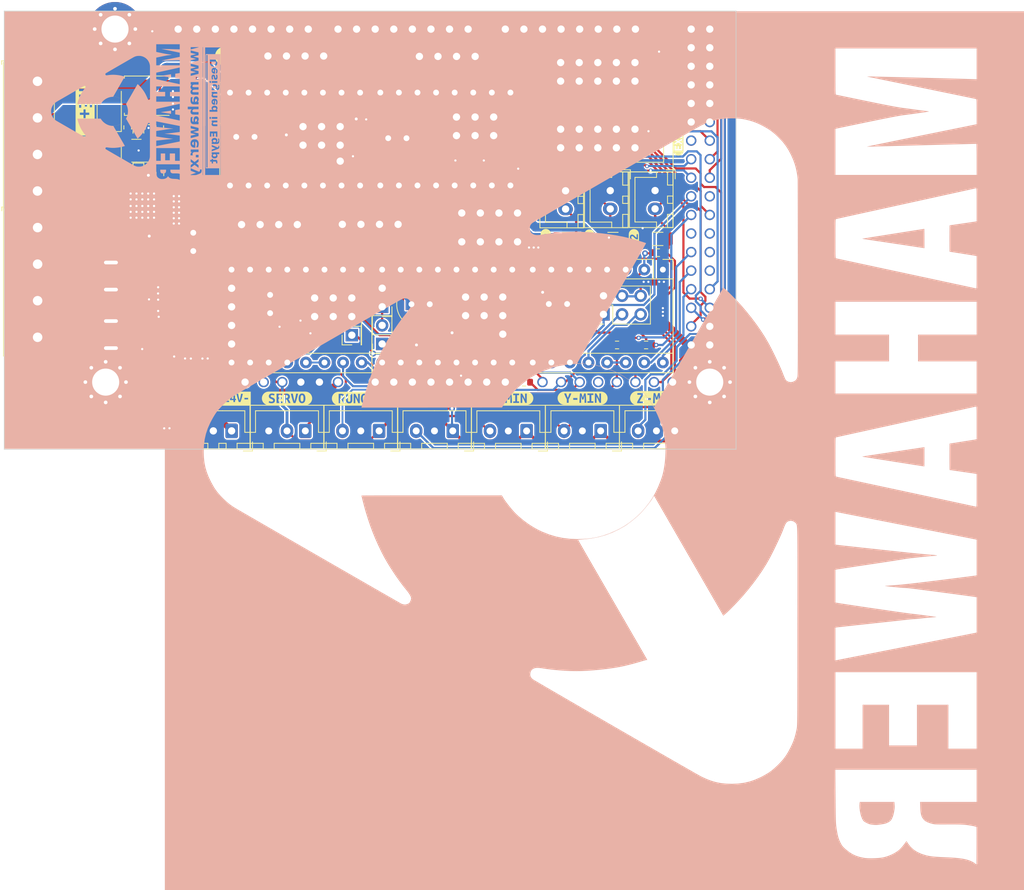
<source format=kicad_pcb>
(kicad_pcb (version 20221018) (generator pcbnew)
  (layers (0 "F.Cu" signal) (31 "B.Cu" signal) (34 "B.Paste" user) (35 "F.Paste" user) (36 "B.SilkS" user "B.Silkscreen") (37 "F.SilkS" user "F.Silkscreen") (38 "B.Mask" user) (39 "F.Mask" user) (44 "Edge.Cuts" user))
  (net 0 "")
  (net 1 "GND")
  (net 2 "+5V")
  (net 3 "Net-(A1-1B)")
  (net 4 "Net-(A1-1A)")
  (net 5 "Net-(A1-2A)")
  (net 6 "Net-(A1-2B)")
  (net 7 "+24V")
  (net 8 "X_EN")
  (net 9 "Net-(A1-MS1)")
  (net 10 "Net-(A1-MS2)")
  (net 11 "Net-(A1-MS3)")
  (net 12 "X_STEP")
  (net 13 "X_DIR")
  (net 14 "Net-(A2-1B)")
  (net 15 "Net-(A2-1A)")
  (net 16 "Net-(A2-2A)")
  (net 17 "Net-(A2-2B)")
  (net 18 "Y_EN")
  (net 19 "Net-(A2-MS1)")
  (net 20 "Net-(A2-MS2)")
  (net 21 "Net-(A2-MS3)")
  (net 22 "Y_STEP")
  (net 23 "Y_DIR")
  (net 24 "Net-(A3-1B)")
  (net 25 "Net-(A3-1A)")
  (net 26 "Net-(A3-2A)")
  (net 27 "Net-(A3-2B)")
  (net 28 "Z_EN")
  (net 29 "Net-(A3-MS1)")
  (net 30 "Net-(A3-MS2)")
  (net 31 "Net-(A3-MS3)")
  (net 32 "Z_STEP")
  (net 33 "Z_DIR")
  (net 34 "Net-(A4-1B)")
  (net 35 "Net-(A4-1A)")
  (net 36 "Net-(A4-2A)")
  (net 37 "Net-(A4-2B)")
  (net 38 "E0_EN")
  (net 39 "Net-(A4-MS1)")
  (net 40 "Net-(A4-MS2)")
  (net 41 "Net-(A4-MS3)")
  (net 42 "E0_STEP")
  (net 43 "E0_DIR")
  (net 44 "Net-(A5-1B)")
  (net 45 "Net-(A5-1A)")
  (net 46 "Net-(A5-2A)")
  (net 47 "Net-(A5-2B)")
  (net 48 "E1_EN")
  (net 49 "Net-(A5-MS1)")
  (net 50 "Net-(A5-MS2)")
  (net 51 "Net-(A5-MS3)")
  (net 52 "E1_STEP")
  (net 53 "E1_DIR")
  (net 54 "TH0")
  (net 55 "TH1")
  (net 56 "THB")
  (net 57 "Net-(U2-BOOT)")
  (net 58 "Net-(U2-SW)")
  (net 59 "AM-VIN")
  (net 60 "Net-(U2-FB)")
  (net 61 "Net-(D6-A)")
  (net 62 "Net-(D7-A)")
  (net 63 "Net-(D9-A)")
  (net 64 "Net-(D10-A)")
  (net 65 "Net-(D11-A)")
  (net 66 "D37")
  (net 67 "D35")
  (net 68 "D17")
  (net 69 "D16")
  (net 70 "D23")
  (net 71 "D25")
  (net 72 "D27")
  (net 73 "D29")
  (net 74 "MISO")
  (net 75 "SCK")
  (net 76 "D31")
  (net 77 "D53")
  (net 78 "D33")
  (net 79 "MOSI")
  (net 80 "D49")
  (net 81 "D41")
  (net 82 "DCIN")
  (net 83 "Net-(J1-Pin_2)")
  (net 84 "Net-(J2-Pin_2)")
  (net 85 "XDG")
  (net 86 "YDG")
  (net 87 "A9")
  (net 88 "A10")
  (net 89 "A12")
  (net 90 "Z_MIN")
  (net 91 "D11")
  (net 92 "D4")
  (net 93 "Net-(Q1-G)")
  (net 94 "Net-(Q2-G)")
  (net 95 "Net-(Q3-G)")
  (net 96 "D10")
  (net 97 "D9")
  (net 98 "D8")
  (net 99 "D40")
  (net 100 "A5")
  (net 101 "D44")
  (net 102 "Net-(A1-~{RESET})")
  (net 103 "Net-(A2-~{RESET})")
  (net 104 "Net-(A3-~{RESET})")
  (net 105 "Net-(A4-~{RESET})")
  (net 106 "Net-(A5-~{RESET})")
  (net 115 "X_MAX")
  (net 120 "LED")
  (net 121 "Y_MAX")
  (net 122 "Z_MAX")
  (net 132 "Net-(D4-K)")
  (net 133 "RESET")
  (net 137 "Net-(D8-A)")
  (net 141 "Net-(D1-K)")
  (footprint "Resistor_SMD:R_0603_1608Metric" (layer "F.Cu") (at 188.36 90.72 180)
    (fp_text reference "R1" hide)
    (fp_text value "10K" hide)
  )
  (footprint "Resistor_SMD:R_0603_1608Metric" (layer "F.Cu") (at 226.46 89.68 -90)
    (fp_text reference "R3" hide)
    (fp_text value "10K" hide)
  )
  (footprint "Connector_PinSocket_2.54mm:PinSocket_1x02_P2.54mm_Vertical" (layer "F.Cu") (at 185.07 90.52 180)
    (fp_text reference "J1" hide)
    (fp_text value "XD" hide)
  )
  (footprint "Resistor_SMD:R_0603_1608Metric" (layer "F.Cu") (at 170.865 60.905 -90)
    (fp_text reference "R12" hide)
    (fp_text value "4.7k" hide)
  )
  (footprint "Connector_PinHeader_2.54mm:PinHeader_1x04_P2.54mm_Vertical" (layer "F.Cu") (at 200.2 74.16 90)
    (fp_text reference "J6" hide)
    (fp_text value "X" hide)
  )
  (footprint "Capacitor_SMD:C_1206_3216Metric" (layer "F.Cu") (at 243.31 76.15)
    (fp_text reference "C8" hide)
    (fp_text value "10u" hide)
  )
  (footprint "kibuzzard-646286CB" (layer "F.Cu") (at 186.46 77.26)
    (fp_text reference "kibuzzard-646286CB" hide)
    (fp_text value "G***" hide)
  )
  (footprint "Package_TO_SOT_SMD:SOT-23-6" (layer "F.Cu") (at 173.82 87.4 -90)
    (fp_text reference "U2" hide)
    (fp_text value "TPS54202" hide)
  )
  (footprint "Capacitor_SMD:C_1206_3216Metric" (layer "F.Cu") (at 179.11 91.75 -90)
    (fp_text reference "C13" hide)
    (fp_text value "22u" hide)
  )
  (footprint "Connector_JST:JST_XH_B3B-XH-A_1x03_P2.50mm_Vertical" (layer "F.Cu") (at 245.620736 102.395 180)
    (fp_text reference "J21" hide)
    (fp_text value "Z-STOP" hide)
  )
  (footprint "Connector_PinHeader_2.54mm:PinHeader_1x04_P2.54mm_Vertical" (layer "F.Cu") (at 210.73 51.2 90)
    (fp_text reference "J14" hide)
    (fp_text value "X" hide)
  )
  (footprint "TerminalBlock_Phoenix:TerminalBlock_Phoenix_MKDS-1,5-4_1x04_P5.00mm_Horizontal" (layer "F.Cu") (at 158.545 54.6 -90)
    (fp_text reference "J26" hide)
    (fp_text value "HEATERS" hide)
  )
  (footprint "MountingHole:MountingHole_3.7mm_Pad_Via" (layer "F.Cu") (at 169.135 47.46)
    (fp_text reference "H1" hide)
    (fp_text value "MountingHole_Pad" hide)
  )
  (footprint "kibuzzard-64628626" (layer "F.Cu") (at 228 76.75 90)
    (fp_text reference "kibuzzard-64628626" hide)
    (fp_text value "G***" hide)
  )
  (footprint "MountingHole:MountingHole_3.7mm_Pad_Via" (layer "F.Cu") (at 167.86 95.73)
    (fp_text reference "H2" hide)
    (fp_text value "MountingHole_Pad" hide)
  )
  (footprint "Resistor_SMD:R_0603_1608Metric" (layer "F.Cu") (at 175.275 75.94 -90)
    (fp_text reference "R19" hide)
    (fp_text value "10r" hide)
  )
  (footprint "LED_SMD:LED_0603_1608Metric" (layer "F.Cu") (at 172.335 60.905 -90)
    (fp_text reference "D7" hide)
    (fp_text value "LED" hide)
  )
  (footprint "kibuzzard-6462874F" (layer "F.Cu") (at 206.21 51.21)
    (fp_text reference "kibuzzard-6462874F" hide)
    (fp_text value "G***" hide)
  )
  (footprint "Resistor_SMD:R_0603_1608Metric" (layer "F.Cu") (at 241.71 90.65)
    (fp_text reference "R22" hide)
    (fp_text value "1K" hide)
  )
  (footprint "Resistor_SMD:R_0603_1608Metric" (layer "F.Cu") (at 174.31 90.93 90)
    (fp_text reference "R9" hide)
    (fp_text value "100k" hide)
  )
  (footprint "kibuzzard-646288C0" (layer "F.Cu") (at 222.880736 97.94)
    (fp_text reference "kibuzzard-646288C0" hide)
    (fp_text value "G***" hide)
  )
  (footprint "Capacitor_SMD:C_0603_1608Metric" (layer "F.Cu") (at 175.77 90.93 90)
    (fp_text reference "C11" hide)
    (fp_text value "68p" hide)
  )
  (footprint "Connector_JST:JST_XH_B2B-XH-A_1x02_P2.50mm_Vertical" (layer "F.Cu") (at 236.81 69.55 -90)
    (fp_text reference "J22" hide)
    (fp_text value "TH1" hide)
  )
  (footprint "kibuzzard-64656097" (layer "F.Cu") (at 212.74 74.19 180)
    (fp_text reference "kibuzzard-64656097" hide)
    (fp_text value "G***" hide)
  )
  (footprint "Resistor_SMD:R_0603_1608Metric" (layer "F.Cu") (at 170.875 67.275 -90)
    (fp_text reference "R15" hide)
    (fp_text value "4.7k" hide)
  )
  (footprint "Diode_SMD:D_SMA" (layer "F.Cu") (at 168.345 57.96 90)
    (fp_text reference "D6" hide)
    (fp_text value "D" hide)
  )
  (footprint "Diode_SMD:D_SMA" (layer "F.Cu") (at 172.72 101.46 -90)
    (fp_text reference "D4" hide)
    (fp_text value "D" hide)
  )
  (footprint "kibuzzard-6462890D" (layer "F.Cu") (at 192.640736 97.95)
    (fp_text reference "kibuzzard-6462890D" hide)
    (fp_text value "G***" hide)
  )
  (footprint "Connector_PinHeader_2.54mm:PinHeader_2x03_P2.54mm_Vertical" (layer "F.Cu") (at 194.825 63.335 90)
    (fp_text reference "J15" hide)
    (fp_text value "Conn_02x03_Odd_Even" hide)
  )
  (footprint "Connector_IDC:IDC-Header_2x05_P2.54mm_Vertical" (layer "F.Cu") (at 240.19 52.04 -90)
    (fp_text reference "EXP1" hide)
    (fp_text value "Conn_02x05_Odd_Even")
  )
  (footprint "Connector_PinSocket_2.54mm:PinSocket_1x02_P2.54mm_Vertical" (layer "F.Cu") (at 205.64 90.51 180)
    (fp_text reference "J2" hide)
    (fp_text value "XD" hide)
  )
  (footprint "Capacitor_THT:CP_Radial_D6.3mm_P2.50mm" (layer "F.Cu") (at 185.7 62.2)
    (fp_text reference "C4" hide)
    (fp_text value "100u" hide)
  )
  (footprint "Connector_PinHeader_2.54mm:PinHeader_1x04_P2.54mm_Vertical" (layer "F.Cu") (at 216.519898 76.55 90)
    (fp_text reference "J29" hide)
    (fp_text value "X" hide)
  )
  (footprint "Resistor_SMD:R_0603_1608Metric" (layer "F.Cu") (at 206.67 66.65 180)
    (fp_text reference "R5" hide)
    (fp_text value "10K" hide)
  )
  (footprint "Capacitor_SMD:C_0603_1608Metric" (layer "F.Cu") (at 177.23 90.93 -90)
    (fp_text reference "C9" hide)
    (fp_text value "100n" hide)
  )
  (footprint "kibuzzard-64628719" (layer "F.Cu") (at 185.52 51.16)
    (fp_text reference "kibuzzard-64628719" hide)
    (fp_text value "G***" hide)
  )
  (footprint "Connector_JST:JST_XH_B3B-XH-A_1x03_P2.50mm_Vertical" (layer "F.Cu") (at 235.500736 102.4 180)
    (fp_text reference "J19" hide)
    (fp_text value "Y-STOP" hide)
  )
  (footprint "kibuzzard-646288B6" (layer "F.Cu") (at 233.030736 97.92)
    (fp_text reference "kibuzzard-646288B6" hide)
    (fp_text value "G***" hide)
  )
  (footprint "Connector_PinHeader_2.54mm:PinHeader_1x04_P2.54mm_Vertical" (layer "F.Cu") (at 216.519898 72.61 90)
    (fp_text reference "J7" hide)
    (fp_text value "X" hide)
  )
  (footprint "Package_TO_SOT_SMD:TDSON-8-1" (layer "F.Cu") (at 173.475 56.57 180)
    (fp_text reference "Q1")
    (fp_text value "HY1603")
  )
  (footprint "Resistor_SMD:R_0603_1608Metric" (layer "F.Cu") (at 170.875 75.94 -90)
    (fp_text reference "R18" hide)
    (fp_text value "4.7k" hide)
  )
  (footprint "RAMPS_1.7:ARDUINO_MEGA_SHIELD" (layer "F.Cu") (at 153.89 98.2685)
    (fp_text reference "U1" hide)
    (fp_text value "ARDUINO_MEGA_SHIELD" hide)
  )
  (footprint "Resistor_SMD:R_0603_1608Metric" (layer "F.Cu") (at 230.985 78.05)
    (fp_text reference "R6" hide)
    (fp_text value "4.7k" hide)
  )
  (footprint "Resistor_SMD:R_0603_1608Metric" (layer "F.Cu") (at 191.435 66.56 180)
    (fp_text reference "R4" hide)
    (fp_text value "10K" hide)
  )
  (footprint "Capacitor_SMD:C_1206_3216Metric" (layer "F.Cu") (at 181.41 91.75 -90)
    (fp_text reference "C12" hide)
    (fp_text value "22u" hide)
  )
  (footprint "Package_TO_SOT_SMD:TDSON-8-1" (layer "F.Cu") (at 173.475 71.61 180)
    (fp_text reference "Q3")
    (fp_text value "HYG023N03")
  )
  (footprint "Capacitor_SMD:C_1206_3216Metric" (layer "F.Cu") (at 230.975 76.17)
    (fp_text reference "C6" hide)
    (fp_text value "10u" hide)
  )
  (footprint "MountingHole:MountingHole_3.7mm_Pad_Via" (layer "F.Cu") (at 250.405 95.73)
    (fp_text reference "H3" hide)
    (fp_text value "MountingHole_Pad" hide)
  )
  (footprint "Package_TO_SOT_SMD:SOT-23" (layer "F.Cu") (at 222.39 65.58 180)
    (fp_text reference "D12" hide)
    (fp_text value "BAV99" hide)
  )
  (footprint "Connector_JST:JST_XH_B3B-XH-A_1x03_P2.50mm_Vertical" (layer "F.Cu") (at 205.220736 102.4 180)
    (fp_text reference "J30" hide)
    (fp_text value "X-STOP" hide)
  )
  (footprint "Resistor_SMD:R_0603_1608Metric" (layer "F.Cu") (at 243.32 78.03)
    (fp_text reference "R8" hide)
    (fp_text value "4.7k" hide)
  )
  (footprint "Capacitor_THT:CP_Radial_D6.3mm_P2.50mm" (layer "F.Cu") (at 206.467621 62.38)
    (fp_text reference "C5" hide)
    (fp_text value "100u" hide)
  )
  (footprint "Capacitor_THT:CP_Radial_D6.3mm_P2.50mm" (layer "F.Cu") (at 228.417621 85.05)
    (fp_text reference "C3" hide)
    (fp_text value "100u" hide)
  )
  (footprint "Resistor_SMD:R_0603_1608Metric" (layer "F.Cu") (at 208.94 90.72 180)
    (fp_text reference "R2" hide)
    (fp_text value "10K" hide)
  )
  (footprint "Capacitor_THT:CP_Radial_D6.3mm_P2.50mm" (layer "F.Cu") (at 190.33 86.30238 90)
    (fp_text reference "C1" hide)
    (fp_text value "100u" hide)
  )
  (footprint "Capacitor_THT:CP_Radial_D6.3mm_P2.50mm" (layer "F.Cu") (at 209.647621 85.08)
    (fp_text reference "C2" hide)
    (fp_text value "100u" hide)
  )
  (footprint "kibuzzard-64628CD2" (layer "F.Cu") (at 165.06 67.14 -90)
    (fp_text reference "kibuzzard-64628CD2" hide)
    (fp_text value "G***" hide)
  )
  (footprint "Resistor_SMD:R_0603_1608Metric" (layer "F.Cu") (at 225.03 95.74 180)
    (fp_text reference "R21" hide)
    (fp_text value "1K" hide)
  )
  (footprint "Resistor_SMD:R_0603_1608Metric" (layer "F.Cu") (at 173.795 60.905 90)
    (fp_text reference "R11" hide)
    (fp_text value "100k" hide)
  )
  (footprint "Resistor_SMD:R_0603_1608Metric" (layer "F.Cu") (at 172.85 90.93 -90)
    (fp_text reference "R10" hide)
    (fp_text value "13.3k" hide)
  )
  (footprint "Connector_JST:JST_XH_B2B-XH-A_1x02_P2.50mm_Vertical" (layer "F.Cu") (at 242.935 69.54 -90)
    (fp_text reference "J25" hide)
    (fp_text value "THB" hide)
  )
  (footprint "kibuzzard-646285F2" (layer "F.Cu") (at 233.96 76.78 90)
    (fp_text reference "kibuzzard-646285F2" hide)
    (fp_text value "G***" hide)
  )
  (footprint "Module:Pololu_Breakout-16_15.2x20.3mm" (layer "F.Cu") (at 223.42 80.35 -90)
    (fp_text reference "A2" hide)
    (fp_text value "Pololu_Breakout_A4988" hide)
  )
  (footprint "Package_TO_SOT_SMD:SOT-23" (layer "F.Cu") (at 214.7025 65.58 180)
    (fp_text reference "D2" hide)
    (fp_text value "BAV99" hide)
  )
  (footprint "Capacitor_SMD:C_1206_3216Metric" (layer "F.Cu") (at 237.18 76.16)
    (fp_text reference "C7" hide)
    (fp_text value "10u" hide)
  )
  (footprint "Connector_PinHeader_2.54mm:PinHeader_1x01_P2.54mm_Vertical" (layer "F.Cu") (at 199.91 65.52 90)
    (fp_text reference "J17" hide)
    (fp_text value "Conn_01x01_Socket" hide)
  )
  (footprint "Resistor_SMD:R_0603_1608Metric" (layer "F.Cu") (at 237.74 90.65)
    (fp_text reference "R20" hide)
    (fp_text value "1K" hide)
  )
  (footprint "Connector_PinHeader_2.54mm:PinHeader_1x04_P2.54mm_Vertical" (layer "F.Cu") (at 190.03 51.145 90)
    (fp_text reference "J13" hide)
    (fp_text value "X" hide)
  )
  (footprint "Capacitor_SMD:C_1210_3225Metric" (layer "F.Cu") (at 173.8 83.62)
    (fp_text reference "C10" hide)
    (fp_text value "10u" hide)
  )
  (footprint "Inductor_SMD:L_Sunlord_MWSA0603S" (layer "F.Cu") (at 179.66 85 -90)
    (fp_text reference "L1" hide)
    (fp_text value "10u" hide)
  )
  (footprint "Connector_JST:JST_XH_B2B-XH-A_1x02_P2.50mm_Vertical" (layer "F.Cu") (at 230.705 69.57 -90)
    (fp_text reference "J20" hide)
    (fp_text value "TH0" hide)
  )
  (footprint "kibuzzard-646BE892" (layer "F.Cu") (at 212.790736 98)
    (fp_text reference "kibuzzard-646BE892" hide)
    (fp_text value "G***" hide)
  )
  (footprint "Resistor_SMD:R_0603_1608Metric" (layer "F.Cu") (at 173.815 75.94 -90)
    (fp_text reference "R17" hide)
    (fp_text value "100k" hide)
  )
  (footprint "Connector_JST:JST_XH_B3B-XH-A_1x03_P2.50mm_Vertical" (layer "F.Cu") (at 215.290736 102.4 180)
    (fp_text reference "J24" hide)
    (fp_text value "E1-DET" hide)
  )
  (footprint "kibuzzard-646285C1" (layer "F.Cu") (at 240.04 76.76 90)
    (fp_text reference "kibuzzard-646285C1" hide)
    (fp_text value "G***" hide)
  )
  (footprint "Connector_PinHeader_2.54mm:PinHeader_1x04_P2.54mm_Vertical" (layer "F.Cu") (at 186.43 74.19 90)
    (fp_text reference "J5" hide)
    (fp_text value "X" hide)
  )
  (footprint "kibuzzard-643BF197" (layer "F.Cu") (at 246.12 62.41 90)
    (fp_text reference "kibuzzard-643BF197" hide)
    (fp_text value "G***" hide)
  )
  (footprint "Connector_IDC:IDC-Header_2x05_P2.54mm_Vertical" (layer "F.Cu") (at 240.19 61.15 -90)
    (fp_text reference "EXP2" hide)
    (fp_text value "Conn_02x05_Odd_Even")
  )
  (footprint "Connector_PinHeader_2.54mm:PinHeader_1x01_P2.54mm_Vertical" (layer "F.Cu") (at 201.5 89.31 90)
    (fp_text reference "J11" hide)
    (fp_text value "Conn_01x01_Socket" hide)
  )
  (footprint "Connector_PinHeader_2.54mm:PinHeader_2x03_P2.54mm_Vertical" (layer "F.Cu") (at 217.04 86.64 90)
    (fp_text reference "J9" hide)
    (fp_text value "Conn_02x03_Odd_Even" hide)
  )
  (footprint "Resistor_SMD:R_0603_1608Metric" (layer "F.Cu") (at 173.805 67.275 90)
    (fp_text reference "R14" hide)
    (fp_text value "100k" hide)
  )
  (footprint "Module:Pololu_Breakout-16_15.2x20.3mm" (layer "F.Cu") (at 202.84 80.35 -90)
    (fp_text reference "A1" hide)
    (fp_text value "Pololu_Breakout_A4988" hide)
  )
  (footprint "Connector_PinHeader_2.54mm:PinHeader_2x03_P2.54mm_Vertical" (layer "F.Cu") (at 196.415 86.765 90)
    (fp_text reference "J8" hide)
    (fp_text value "Conn_02x03_Odd_Even" hide)
  )
  (footprint "TerminalBlock_Phoenix:TerminalBlock_Phoenix_MKDS-1,5-4_1x04_P5.00mm_Horizontal" (layer "F.Cu") (at 158.56 74.6 -90)
    (fp_text reference "J28" hide)
    (fp_text value "HEATERS" hide)
  )
  (footprint "kibuzzard-646288A1" (layer "F.Cu") (at 243.160736 97.92)
    (fp_text reference "kibuzzard-646288A1" hide)
    (fp_text value "G***" hide)
  )
  (footprint "Package_TO_SOT_SMD:SOT-23" (layer "F.Cu") (at 218.5425 65.58 180)
    (fp_text reference "D3" hide)
    (fp_text value "BAV99" hide)
  )
  (footprint "Connector_PinHeader_2.54mm:PinHeader_1x02_P2.54mm_Vertical" (layer "F.Cu") (at 185.07 85.44 180)
    (fp_text reference "J3" hide)
    (fp_text value "XS" hide)
  )
  (footprint "Connector_JST:JST_XH_B3B-XH-A_1x03_P2.50mm_Vertical" (layer "F.Cu") (at 195.140736 102.4 180)
    (fp_text reference "J23" hide)
    (fp_text value "E0-DET" hide)
  )
  (footprint "Diode_SMD:D_SMA" (layer "F.Cu") (at 168.385 73.92 90)
    (fp_text reference "D10" hide)
    (fp_text value "D" hide)
  )
  (footprint "kibuzzard-643C090C" (layer "F.Cu") (at 165.09 77.24 -90)
    (fp_text reference "kibuzzard-643C090C" hide)
    (fp_text value "G***" hide)
  )
  (footprint "Module:Pololu_Breakout-16_15.2x20.3mm" (layer "F.Cu") (at 202.63 56.15 -90)
    (fp_text reference "A4" hide)
    (fp_text value "Pololu_Breakout_A4988" hide)
  )
  (footprint "LOGO" (layer "F.Cu") (at 160.69 98.56)
    (fp_text reference "G***" hide)
    (fp_text value "LOGO" hide)
  )
  (footprint "Module:Pololu_Breakout-16_15.2x20.3mm" (layer "F.Cu") (at 223.17 56.14 -90)
    (fp_text reference "A5" hide)
    (fp_text value "Pololu_Breakout_A4988" hide)
  )
  (footprint "Resistor_SMD:R_0603_1608Metric" (layer "F.Cu") (at 175.275 67.275 -90)
    (fp_text reference "R16" hide)
    (fp_text value "10r" hide)
  )
  (footprint "kibuzzard-64628A92" (layer "F.Cu") (at 165.11 57 -90)
    (fp_text reference "kibuzzard-64628A92" hide)
    (fp_text value "G***" hide)
  )
  (footprint "kibuzzard-646288CA" (layer "F.Cu") (at 202.710736 97.97)
    (fp_text reference "kibuzzard-646288CA" hide)
    (fp_text value "G***" hide)
  )
  (footprint "Connector_PinHeader_2.54mm:PinHeader_2x03_P2.54mm_Vertical" (layer "F.Cu") (at 215.8 62.025 90)
    (fp_text reference "J16" hide)
    (fp_text value "Conn_02x03_Odd_Even" hide)
  )
  (footprint "easyeda2kicad:FUSE-TH_XF-506P" (layer "F.Cu") (at 168.58 85.23 90)
    (fp_text reference "F1" hide)
    (fp_text value "Fuse" hide)
  )
  (footprint "Resistor_SMD:R_0603_1608Metric" (layer "F.Cu") (at 175.255 60.905 -90)
    (fp_text reference "R13" hide)
    (fp_text value "10r" hide)
  )
  (footprint "LED_SMD:LED_0603_1608Metric" (layer "F.Cu") (at 175.68 47.5 -90)
    (fp_text reference "D1" hide)
    (fp_text value "LED_Small" hide)
  )
  (footprint "kibuzzard-643C2A90" (layer "F.Cu") (at 183.820736 97.97)
    (fp_text reference "kibuzzard-643C2A90" hide)
    (fp_text value "G***" hide)
  )
  (footprint "Connector_JST:JST_XH_B3B-XH-A_1x03_P2.50mm_Vertical" (layer "F.Cu") (at 225.380736 102.405 180)
    (fp_text reference "J18" hide)
    (fp_text value "X-STOP" hide)
  )
  (footprint "Connector_PinHeader_2.54mm:PinHeader_1x01_P2.54mm_Vertical" (layer "F.Cu") (at 222.125 89.175 90)
    (fp_text reference "J12" hide)
    (fp_text value "Conn_01x01_Socket" hide)
  )
  (footprint "Connector_JST:JST_XH_B2B-XH-A_1x02_P2.50mm_Vertical" (layer "F.Cu") (at 185.070736 102.4 180)
    (fp_text reference "J27" hide)
    (fp_text value "FAN2" hide)
  )
  (footprint "kibuzzard-643BE5C7" (layer "F.Cu") (at 246.13 53.28 90)
    (fp_text reference "kibuzzard-643BE5C7" hide)
    (fp_text value "G***" hide)
  )
  (footprint "Diode_SMD:D_SMA" (layer "F.Cu") (at 176.22 101.46 -90)
    (fp_text reference "D5" hide)
    (fp_text value "D" hide)
  )
  (footprint "Connector_PinHeader_2.54mm:PinHeader_1x02_P2.54mm_Vertical" (layer "F.Cu") (at 205.65 85.43 180)
    (fp_text reference "J4" hide)
    (fp_text value "XS" hide)
  )
  (footprint "kibuzzard-64628682" (layer "F.Cu") (at 198.9 77.23)
    (fp_text reference "kibuzzard-64628682" hide)
    (fp_text value "G***" hide)
  )
  (footprint "Capacitor_THT:CP_Radial_D6.3mm_P2.50mm" (layer "F.Cu") (at 179.83 77.81 90)
    (fp_text reference "C14" hide)
    (fp_text value "100u" hide)
  )
  (footprint "Package_TO_SOT_SMD:SOT-23" (layer "F.Cu") (at 172.0625 64.09 180)
    (fp_text reference "Q2" hide)
    (fp_text value "AO3400A" hide)
  )
  (footprint "kibuzzard-64628D02" (layer "F.Cu") (at 165.08 87.28 -90)
    (fp_text reference "kibuzzard-64628D02" hide)
    (fp_text value "G***" hide)
  )
  (footprint "Module:Pololu_Breakout-16_15.2x20.3mm" (layer "F.Cu") (at 244 80.35 -90)
    (fp_text reference "A3" hide)
    (fp_text value "Pololu_Breakout_A4988" hide)
  )
  (footprint "LED_SMD:LED_0603_1608Metric" (layer "F.Cu") (at 172.355 75.94 -90)
    (fp_text reference "D11" hide)
    (fp_text value "LED" hide)
  )
  (footprint "Resistor_SMD:R_0603_1608Metric" (layer "F.Cu") (at 174.22 47.5 -90)
    (fp_text reference "R23" hide)
    (fp_text value "4.7k" hide)
  )
  (footprint "LED_SMD:LED_0603_1608Metric" (layer "F.Cu") (at 172.335 67.27 -90)
    (fp_text reference "D9" hide)
    (fp_text value "LED" hide)
  )
  (footprint "Resistor_SMD:R_0603_1608Metric" (layer "F.Cu") (at 237.18 78.05)
    (fp_text reference "R7" hide)
    (fp_text value "4.7k" hide)
  )
  (footprint "Diode_SMD:D_SMA" (layer "F.Cu") (at 168.345 65.33 90)
    (fp_text reference "D8" hide)
    (fp_text value "D" hide)
  )
  (footprint "Connector_PinHeader_2.54mm:PinHeader_2x03_P2.54mm_Vertical" (layer "F.Cu") (at 235.885 86.465 90)
    (fp_text reference "J10" hide)
    (fp_text value "Conn_02x03_Odd_Even" hide)
  )
  (footprint "LOGO" (layer "B.Cu") (at 234.66 105.11 -90)
    (fp_text reference "G***" hide)
    (fp_text value "LOGO" hide)
  )
  (footprint "LOGO" (layer "B.Cu") (at 169.29 58.69 -90)
    (fp_text reference "G***" hide)
    (fp_text value "LOGO" hide)
  )
  (gr_line (start 154 45) (end 254 45) (stroke (width 0.1)) (layer "Edge.Cuts"))
  (gr_line (start 254 45) (end 254 104.9) (stroke (width 0.1)) (layer "Edge.Cuts"))
  (gr_line (start 254 104.9) (end 154 104.9) (stroke (width 0.1)) (layer "Edge.Cuts"))
  (gr_line (start 154 104.9) (end 154 45) (stroke (width 0.1)) (layer "Edge.Cuts"))
  (gr_text "______________________\nDesigned in Egypt" (at 183.29 58.69 90) (layer "B.SilkS" knockout) (effects (font (size 1 1) (thickness 0.2) bold) (justify bottom mirror)))
  (gr_text "www.mahawer.xyz\n" (at 180.79 58.69 90) (layer "B.SilkS" knockout) (effects (font (size 1.4 1.4) (thickness 0.2) bold) (justify bottom mirror)))
  (gr_text "JLCJLCJLCJLC" (at 163.05 89.43 90) (layer "F.SilkS") (effects (font (size 1.5 1.5) (thickness 0.3) bold) (justify left bottom)))
  (segment (start 173.815 75.765067) (end 173.814567 75.7655) (width 0.3) (layer "F.Cu") (net 1))
  (segment (start 173.805 67.563223) (end 173.694786 67.453009) (width 0.3) (layer "F.Cu") (net 1))
  (segment (start 179.105 93.23) (end 179.11 93.225) (width 1) (layer "F.Cu") (net 1))
  (segment (start 174.22 47.77) (end 174.23 47.76) (width 0.3) (layer "F.Cu") (net 1))
  (segment (start 173.795 61.73) (end 173.795 61.058455) (width 0.2) (layer "F.Cu") (net 1))
  (segment (start 194.53 95.7285) (end 193.95 95.1485) (width 1) (layer "F.Cu") (net 1))
  (segment (start 242.01 82.02) (end 241.38 82.02) (width 1) (layer "F.Cu") (net 1))
  (segment (start 172.8 63.14) (end 173 63.14) (width 0.6) (layer "F.Cu") (net 1))
  (segment (start 219.48 66.53) (end 219.48 65.48171) (width 0.3) (layer "F.Cu") (net 1))
  (segment (start 193.95 89.120611) (end 193.95 92.198679) (width 1) (layer "F.Cu") (net 1))
  (segment (start 219.48 65.48171) (end 219.53221 65.4295) (width 0.3) (layer "F.Cu") (net 1))
  (segment (start 190.45238 83.80238) (end 192.12 85.47) (width 1) (layer "F.Cu") (net 1))
  (segment (start 190.33 83.80238) (end 190.45238 83.80238) (width 1) (layer "F.Cu") (net 1))
  (segment (start 229.5 76.473339) (end 228.76 77.213339) (width 0.4) (layer "F.Cu") (net 1))
  (segment (start 223.46 56.14) (end 223.17 56.14) (width 1) (layer "F.Cu") (net 1))
  (segment (start 172.362 63.578) (end 172.8 63.14) (width 0.6) (layer "F.Cu") (net 1))
  (segment (start 243.51 82.02) (end 244.14 82.02) (width 1) (layer "F.Cu") (net 1))
  (segment (start 174.22 48.325) (end 174.22 47.77) (width 0.3) (layer "F.Cu") (net 1))
  (segment (start 244 86.13) (end 244 85.67) (width 1) (layer "F.Cu") (net 1))
  (segment (start 173.431106 63.14) (end 173 63.14) (width 0.3) (layer "F.Cu") (net 1))
  (segment (start 175.06 86) (end 175.06 86.195) (width 1.15) (layer "F.Cu") (net 1))
  (segment (start 187.39 56.15) (end 187.39 60.27) (width 1.5) (layer "F.Cu") (net 1))
  (segment (start 242.03 82.02) (end 243.49 82.02) (width 1) (layer "F.Cu") (net 1))
  (segment (start 230.03 61.15) (end 228.68 61.15) (width 1) (layer "F.Cu") (net 1))
  (segment (start 228.76 77.213339) (end 228.76 80.35) (width 0.4) (layer "F.Cu") (net 1))
  (segment (start 175.295 85.765) (end 175.06 86) (width 1.15) (layer "F.Cu") (net 1))
  (segment (start 193.95 95.1485) (end 193.95 93.901321) (width 1) (layer "F.Cu") (net 1))
  (segment (start 242.925 69.53) (end 242.935 69.54) (width 1) (layer "F.Cu") (net 1))
  (segment (start 242.935 69.54) (end 242.69 69.54) (width 0.6) (layer "F.Cu") (net 1))
  (segment (start 183.1 75.31) (end 179.83 75.31) (width 1.5) (layer "F.Cu") (net 1))
  (segment (start 215.64 66.53) (end 215.64 65.4395) (width 0.3) (layer "F.Cu") (net 1))
  (segment (start 223.3275 66.53) (end 224.21 66.53) (width 0.2) (layer "F.Cu") (net 1))
  (segment (start 188.2 61.08) (end 188.2 62.2) (width 1.5) (layer "F.Cu") (net 1))
  (segment (start 187.39 60.27) (end 188.2 61.08) (width 1.5) (layer "F.Cu") (net 1))
  (segment (start 236.63 75.97) (end 236.44 76.16) (width 0.3) (layer "F.Cu") (net 1))
  (segment (start 236.44 76.16) (end 235.705 76.16) (width 0.3) (layer "F.Cu") (net 1))
  (segment (start 173.795 61.058455) (end 173.716045 60.9795) (width 0.2) (layer "F.Cu") (net 1))
  (segment (start 175.295 82.86) (end 175.295 85.765) (width 1.15) (layer "F.Cu") (net 1))
  (segment (start 229.5 76.17) (end 229.5 76.473339) (width 0.4) (layer "F.Cu") (net 1))
  (segment (start 192.12 85.47) (end 192.12 87.290611) (width 1) (layer "F.Cu") (net 1))
  (segment (start 228.47 61.15) (end 223.46 56.14) (width 1) (layer "F.Cu") (net 1))
  (segment (start 172.362 64.06) (end 172.362 63.578) (width 0.6) (layer "F.Cu") (net 1))
  (segment (start 187.6 80.35) (end 187.6 79.81) (width 1.5) (layer "F.Cu") (net 1))
  (segment (start 173.815 75.115) (end 173.815 75.765067) (width 0.3) (layer "F.Cu") (net 1))
  (segment (start 215.64 65.4395) (end 215.65 65.4295) (width 0.3) (layer "F.Cu") (net 1))
  (segment (start 244 87.31) (end 244 86.65) (width 1) (layer "F.Cu") (net 1))
  (segment (start 247.87 90.6485) (end 247.3385 90.6485) (width 1) (layer "F.Cu") (net 1))
  (segment (start 229.5 76.17) (end 229.46 76.13) (width 0.4) (layer "F.Cu") (net 1))
  (segment (start 187.6 79.81) (end 183.1 75.31) (width 1.5) (layer "F.Cu") (net 1))
  (segment (start 176.22 73.52) (end 176.225 73.515) (width 0.3) (layer "F.Cu") (net 1))
  (segment (start 247.3385 90.6485) (end 244 87.31) (width 1) (layer "F.Cu") (net 1))
  (segment (start 193.95 92.198679) (end 193.95 93.901321) (width 0.5) (layer "F.Cu") (net 1))
  (segment (start 224.21 66.53) (end 224.23 66.55) (width 0.2) (layer "F.Cu") (net 1))
  (segment (start 230.03 61.15) (end 228.47 61.15) (width 1) (layer "F.Cu") (net 1))
  (segment (start 173.805 68.1) (end 173.805 67.563223) (width 0.3) (layer "F.Cu") (net 1))
  (segment (start 244.14 82.02) (end 244 82.02) (width 1) (layer "F.Cu") (net 1))
  (segment (start 244 86.65) (end 244 86.13) (width 1) (layer "F.Cu") (net 1))
  (segment (start 192.12 87.290611) (end 193.95 89.120611) (width 1) (layer "F.Cu") (net 1))
  (segment (start 241.235 75.55) (end 241.835 76.15) (width 1) (layer "F.Cu") (net 1))
  (segment (start 241.235 74.685) (end 241.235 75.55) (width 1) (layer "F.Cu") (net 1))
  (via (at 177.89 74.050009) (size 0.6) (drill 0.3) (layers "F.Cu" "B.Cu") (net 1))
  (via (at 172.362 64.06) (size 0.6) (drill 0.3) (layers "F.Cu" "B.Cu") (net 1))
  (via (at 244 86.65) (size 0.6) (drill 0.3) (layers "F.Cu" "B.Cu") (net 1))
  (via (at 177.05 55.95) (size 0.6) (drill 0.3) (layers "F.Cu" "B.Cu") (net 1))
  (via (at 173.694786 67.453009) (size 0.8) (drill 0.4) (layers "F.Cu" "B.Cu") (net 1))
  (via (at 244 86.13) (size 0.6) (drill 0.3) (layers "F.Cu" "B.Cu") (net 1))
  (via (at 173.814567 75.7655) (size 0.8) (drill 0.4) (layers "F.Cu" "B.Cu") (net 1))
  (via (at 175.03 82.76) (size 0.6) (drill 0.3) (layers "F.Cu" "B.Cu") (net 1))
  (via (at 175.02 83.61) (size 0.6) (drill 0.3) (layers "F.Cu" "B.Cu") (net 1))
  (via (at 177.165 71.825009) (size 0.6) (drill 0.3) (layers "F.Cu" "B.Cu") (net 1))
  (via (at 173.716045 60.9795) (size 0.6) (drill 0.3) (layers "F.Cu" "B.Cu") (net 1))
  (via (at 174.23 47.76) (size 0.6) (drill 0.3) (layers "F.Cu" "B.Cu") (net 1))
  (via (at 177.165 74.050009) (size 0.6) (drill 0.3) (layers "F.Cu" "B.Cu") (net 1))
  (via (at 176.58 102.04) (size 0.6) (drill 0.3) (layers "F.Cu" "B.Cu") (net 1))
  (via (at 177.05 57.65) (size 0.6) (drill 0.3) (layers "F.Cu" "B.Cu") (net 1))
  (via (at 236.63 75.97) (size 0.6) (drill 0.3) (layers "F.Cu" "B.Cu") (net 1))
  (via (at 241.38 82.02) (size 0.6) (drill 0.3) (layers "F.Cu" "B.Cu") (net 1))
  (via (at 177.05 58.45) (size 0.6) (drill 0.3) (layers "F.Cu" "B.Cu") (net 1))
  (via (at 215.65 65.4295) (size 0.6) (drill 0.3) (layers "F.Cu" "B.Cu") (net 1))
  (via (at 175.11 86.8) (size 0.6) (drill 0.3) (layers "F.Cu" "B.Cu") (net 1))
  (via (at 177.89 71.025009) (size 0.6) (drill 0.3) (layers "F.Cu" "B.Cu") (net 1))
  (via (at 175.03 86) (size 0.6) (drill 0.3) (layers "F.Cu" "B.Cu") (net 1))
  (via (at 224.23 66.55) (size 0.6) (drill 0.3) (layers "F.Cu" "B.Cu") (net 1))
  (via (at 177.89 73.325009) (size 0.6) (drill 0.3) (layers "F.Cu" "B.Cu") (net 1))
  (via (at 181.08 92.51) (size 0.6) (drill 0.3) (layers "F.Cu" "B.Cu") (net 1))
  (via (at 177.05 56.75) (size 0.6) (drill 0.3) (layers "F.Cu" "B.Cu") (net 1))
  (via (at 177.89 70.300009) (size 0.6) (drill 0.3) (layers "F.Cu" "B.Cu") (net 1))
  (via (at 241.235 74.685) (size 0.6) (drill 0.3) (layers "F.Cu" "B.Cu") (net 1))
  (via (at 175.03 84.46) (size 0.6) (drill 0.3) (layers "F.Cu" "B.Cu") (net 1))
  (via (at 177.165 71.025009) (size 0.6) (drill 0.3) (layers "F.Cu" "B.Cu") (net 1))
  (via (at 243.5 82.01) (size 0.6) (drill 0.3) (layers "F.Cu" "B.Cu") (net 1))
  (via (at 179.5 92.51) (size 0.6) (drill 0.3) (layers "F.Cu" "B.Cu") (net 1))
  (via (at 177.165 72.575009) (size 0.6) (drill 0.3) (layers "F.Cu" "B.Cu") (net 1))
  (via (at 175.86 102.05) (size 0.6) (drill 0.3) (layers "F.Cu" "B.Cu") (net 1))
  (via (at 177.89 72.575009) (size 0.6) (drill 0.3) (layers "F.Cu" "B.Cu") (net 1))
  (via (at 178.71 92.5) (size 0.6) (drill 0.3) (layers "F.Cu" "B.Cu") (net 1))
  (via (at 244 85.62) (size 0.6) (drill 0.3) (layers "F.Cu" "B.Cu") (net 1))
  (via (at 244.14 82.02) (size 0.6) (drill 0.3) (layers "F.Cu" "B.Cu") (net 1))
  (via (at 219.53221 65.4295) (size 0.6) (drill 0.3) (layers "F.Cu" "B.Cu") (net 1))
  (via (at 181.8 92.5) (size 0.6) (drill 0.3) (layers "F.Cu" "B.Cu") (net 1))
  (via (at 172.85 91.21) (size 0.6) (drill 0.3) (layers "F.Cu" "B.Cu") (net 1))
  (via (at 177.165 73.325009) (size 0.6) (drill 0.3) (layers "F.Cu" "B.Cu") (net 1))
  (via (at 177.165 70.300009) (size 0.6) (drill 0.3) (layers "F.Cu" "B.Cu") (net 1))
  (via (at 242.02 82.02) (size 0.6) (drill 0.3) (layers "F.Cu" "B.Cu") (net 1))
  (via (at 177.89 71.825009) (size 0.6) (drill 0.3) (layers "F.Cu" "B.Cu") (net 1))
  (segment (start 223.42 82.09) (end 223.41 82.1) (width 1.5) (layer "B.Cu") (net 1))
  (segment (start 223.17 56.14) (end 221.42 54.39) (width 1.5) (layer "B.Cu") (net 1))
  (segment (start 172.74 99.91) (end 172.74 92.27) (width 1.5) (layer "B.Cu") (net 1))
  (segment (start 230.917621 83.707621) (end 230.917621 85.05) (width 1.5) (layer "B.Cu") (net 1))
  (segment (start 170.65 102) (end 172.74 99.91) (width 1.5) (layer "B.Cu") (net 1))
  (segment (start 171.63 83) (end 171.63 91.16) (width 1.5) (layer "B.Cu") (net 1))
  (segment (start 172.74 92.27) (end 171.63 91.16) (width 1.5) (layer "B.Cu") (net 1))
  (segment (start 235.562233 99.67) (end 239.340736 99.67) (width 1) (layer "B.Cu") (net 1))
  (segment (start 212.147621 82.937621) (end 212.147621 85.08) (width 1.5) (layer "B.Cu") (net 1))
  (segment (start 177.05 55.95) (end 177.05 66.37) (width 1.5) (layer "B.Cu") (net 1))
  (segment (start 233.000736 102.4) (end 231.620736 103.78) (width 0.4) (layer "B.Cu") (net 1))
  (segment (start 233.000736 102.4) (end 233.000736 102.231497) (width 1) (layer "B.Cu") (net 1))
  (segment (start 188.2 62.2) (end 188.2 63.33137) (width 1.5) (layer "B.Cu") (net 1))
  (segment (start 165.97 102) (end 170.65 102) (width 1.5) (layer "B.Cu") (net 1))
  (segment (start 190.33 83.80238) (end 190.33 83.08) (width 1.5) (layer "B.Cu") (net 1))
  (segment (start 244 80.35) (end 244 85.62) (width 1) (layer "B.Cu") (net 1))
  (segment (start 177.05 75.36) (end 177.05 77.70238) (width 1.5) (layer "B.Cu") (net 1))
  (segment (start 228.76 80.35) (end 228.76 82.1) (width 1.5) (layer "B.Cu") (net 1))
  (segment (start 190.33 83.08) (end 187.6 80.35) (width 1.5) (layer "B.Cu") (net 1))
  (segment (start 176.07 78.68238) (end 172.71762 78.68238) (width 1.5) (layer "B.Cu") (net 1))
  (segment (start 208.18 80.35) (end 209.93 82.1) (width 1.5) (layer "B.Cu") (net 1))
  (segment (start 208.967621 61.627621) (end 208.967621 62.38) (width 1.5) (layer "B.Cu") (net 1))
  (segment (start 240.282754 88.6755) (end 239.68 89.278254) (width 1) (layer "B.Cu") (net 1))
  (segment (start 172.71762 78.68238) (end 171.63 79.77) (width 1.5) (layer "B.Cu") (net 1))
  (segment (start 202.63 54.44) (end 202.68 54.39) (width 1.5) (layer "B.Cu") (net 1))
  (segment (start 174.79 83.17) (end 171.8 83.17) (width 1.5) (layer "B.Cu") (net 1))
  (segment (start 239.68 91.688679) (end 240.19 92.198679) (width 1) (layer "B.Cu") (net 1))
  (segment (start 223.17 56.14) (end 225.93 56.14) (width 1) (layer "B.Cu") (net 1))
  (segment (start 233.000736 102.231497) (end 235.562233 99.67) (width 1) (layer "B.Cu") (net 1))
  (segment (start 174.8 83.18) (end 174.79 83.17) (width 1.5) (layer "B.Cu") (net 1))
  (segment (start 209.93 82.1) (end 223.41 82.1) (width 1.5) (layer "B.Cu") (net 1))
  (segment (start 240.19 94.146315) (end 238.98 95.356315) (width 0.5) (layer "B.Cu") (net 1))
  (segment (start 241.740736 103.775) (end 234.375736 103.775) (width 0.4) (layer "B.Cu") (net 1))
  (segment (start 189.15 54.39) (end 187.39 56.15) (width 1.5) (layer "B.Cu") (net 1))
  (segment (start 221.42 54.39) (end 202.68 54.39) (width 1.5) (layer "B.Cu") (net 1))
  (segment (start 171.68 91.21) (end 171.63 91.16) (width 0.3) (layer "B.Cu") (net 1))
  (segment (start 243.0445 88.6755) (end 240.282754 88.6755) (width 1) (layer "B.Cu") (net 1))
  (segment (start 188.2 63.33137) (end 185.16137 66.37) (width 1.5) (layer "B.Cu") (net 1))
  (segment (start 234.375736 103.775) (end 233.000736 102.4) (width 0.4) (layer "B.Cu") (net 1))
  (segment (start 207.93 60.59) (end 208.967621 61.627621) (width 1.5) (layer "B.Cu") (net 1))
  (segment (start 238.98 95.356315) (end 238.98 96.37) (width 0.5) (layer "B.Cu") (net 1))
  (segment (start 239.68 89.278254) (end 239.68 91.688679) (width 1) (layer "B.Cu") (net 1))
  (segment (start 185.16137 66.37) (end 177.05 66.37) (width 1.5) (layer "B.Cu") (net 1))
  (segment (start 177.05 66.37) (end 177.05 72.065) (width 1.5) (layer "B.Cu") (net 1))
  (segment (start 162.1 93.14) (end 162.1 98.13) (width 1.5) (layer "B.Cu") (net 1))
  (segment (start 225.93 56.14) (end 230.03 52.04) (width 1) (layer "B.Cu") (net 1))
  (segment (start 243.120736 102.395) (end 241.740736 103.775) (width 0.4) (layer "B.Cu") (net 1))
  (segment (start 224.255736 103.78) (end 222.880736 102.405) (width 0.4) (layer "B.Cu") (net 1))
  (segment (start 177.05 77.70238) (end 176.07 78.68238) (width 1.5) (layer "B.Cu") (net 1))
  (segment (start 221.505736 103.78) (end 214.170736 103.78) (width 0.4) (layer "B.Cu") (net 1))
  (segment (start 172.85 91.21) (end 171.68 91.21) (width 0.6) (layer "B.Cu") (net 1))
  (segment (start 231.620736 103.78) (end 224.255736 103.78) (width 0.4) (layer "B.Cu") (net 1))
  (segment (start 228.76 82.1) (end 223.41 82.1) (width 1.5) (layer "B.Cu") (net 1))
  (segment (start 229.31 82.1) (end 230.917621 83.707621) (width 1.5) (layer "B.Cu") (net 1))
  (segment (start 171.8 83.17) (end 171.63 83) (width 1.5) (layer "B.Cu") (net 1))
  (segment (start 214.170736 103.78) (end 212.790736 102.4) (width 0.4) (layer "B.Cu") (net 1))
  (segment (start 202.68 54.39) (end 189.15 54.39) (width 1.5) (layer "B.Cu") (net 1))
  (segment (start 207.93 56.14) (end 207.93 54.53) (width 1.5) (layer "B.Cu") (net 1))
  (segment (start 228.76 82.1) (end 229.31 82.1) (width 1.5) (layer "B.Cu") (net 1))
  (segment (start 222.880736 102.405) (end 221.505736 103.78) (width 0.4) (layer "B.Cu") (net 1))
  (segment (start 240.19 92.198679) (end 240.19 94.146315) (width 0.5) (layer "B.Cu") (net 1))
  (segment (start 202.63 56.15) (end 202.63 54.44) (width 1.5) (layer "B.Cu") (net 1))
  (segment (start 179.83 75.31) (end 177.1 75.31) (width 1.5) (layer "B.Cu") (net 1))
  (segment (start 207.93 56.14) (end 207.93 60.59) (width 1.5) (layer "B.Cu") (net 1))
  (segment (start 223.42 80.35) (end 223.42 82.09) (width 1.5) (layer "B.Cu") (net 1))
  (segment (start 162.1 98.13) (end 165.97 102) (width 1.5) (layer "B.Cu") (net 1))
  (segment (start 158.56 89.6) (end 162.1 93.14) (width 1.5) (layer "B.Cu") (net 1))
  (segment (start 177.05 72.065) (end 177.05 75.36) (width 1.5) (layer "B.Cu") (net 1))
  (segment (start 244 85.62) (end 244 87.72) (width 1) (layer "B.Cu") (net 1))
  (segment (start 177.1 75.31) (end 177.05 75.36) (width 1.5) (layer "B.Cu") (net 1))
  (segment (start 239.340736 99.67) (end 240.560736 98.45) (width 1) (layer "B.Cu") (net 1))
  (segment (start 171.63 79.77) (end 171.63 83) (width 1.5) (layer "B.Cu") (net 1))
  (segment (start 244 87.72) (end 243.0445 88.6755) (width 1) (layer "B.Cu") (net 1))
  (segment (start 235.109999 81.749999) (end 235.885 82.525) (width 0.3) (layer "F.Cu") (net 2))
  (segment (start 227.5695 83.4495) (end 230.15 80.869) (width 0.3) (layer "F.Cu") (net 2))
  (segment (start 235.885 82.525) (end 235.885 83.925) (width 0.3) (layer "F.Cu") (net 2))
  (segment (start 207.817621 66.327379) (end 207.495 66.65) (width 0.3) (layer "F.Cu") (net 2))
  (segment (start 191.62 88.16) (end 191.62 89.02) (width 0.3) (layer "F.Cu") (net 2))
  (segment (start 225.380736 102.405) (end 224.005736 103.78) (width 0.4) (layer "F.Cu") (net 2))
  (segment (start 240.965 84.145) (end 240.965 82.807082) (width 0.3) (layer "F.Cu") (net 2))
  (segment (start 242.4045 78.1205) (end 242.495 78.03) (width 0.25) (layer "F.Cu") (net 2))
  (segment (start 220.88 59.485) (end 221.955 59.485) (width 0.3) (layer "F.Cu") (net 2))
  (segment (start 226.8 79.2) (end 222.03 79.2) (width 0.3) (layer "F.Cu") (net 2))
  (segment (start 207.817621 60.927379) (end 207.817621 66.327379) (width 0.3) (layer "F.Cu") (net 2))
  (segment (start 199.905 60.795) (end 207.95 60.795) (width 0.3) (layer "F.Cu") (net 2))
  (segment (start 191.46 89.18) (end 189.92 90.72) (width 0.3) (layer "F.Cu") (net 2))
  (segment (start 209.57 93.87) (end 209.57 90.915) (width 0.3) (layer "F.Cu") (net 2))
  (segment (start 244.245736 103.77) (end 236.870736 103.77) (width 0.4) (layer "F.Cu") (net 2))
  (segment (start 224.005736 103.78) (end 216.670736 103.78) (width 0.4) (layer "F.Cu") (net 2))
  (segment (start 236.355 78.05) (end 235.265 78.05) (width 0.25) (layer "F.Cu") (net 2))
  (segment (start 220.63 56.14) (end 220.63 59.235) (width 0.3) (layer "F.Cu") (net 2))
  (segment (start 192.640736 102.4) (end 193.965736 103.725) (width 0.3) (layer "F.Cu") (net 2))
  (segment (start 234.125736 103.775) (end 226.750736 103.775) (width 0.4) (layer "F.Cu") (net 2))
  (segment (start 198.7 62.13) (end 198.7 69.5) (width 0.3) (layer "F.Cu") (net 2))
  (segment (start 214.430736 99.35) (end 211.2488 96.168064) (width 0.3) (layer "F.Cu") (net 2))
  (segment (start 236.870736 103.77) (end 235.500736 102.4) (width 0.4) (layer "F.Cu") (net 2))
  (segment (start 189.92 90.72) (end 189.185 90.72) (width 0.3) (layer "F.Cu") (net 2))
  (segment (start 199.905 56.335) (end 200.09 56.15) (width 0.3) (layer "F.Cu") (net 2))
  (segment (start 230.15 80.869) (end 230.15 78.06) (width 0.3) (layer "F.Cu") (net 2))
  (segment (start 226.47 88.845) (end 226.47 86.77) (width 0.3) (layer "F.Cu") (net 2))
  (segment (start 203.14 85.87) (end 203.14 87.167057) (width 0.3) (layer "F.Cu") (net 2))
  (segment (start 207.95 60.795) (end 207.817621 60.927379) (width 0.3) (layer "F.Cu") (net 2))
  (segment (start 192.26 66.56) (end 192.26 63.36) (width 0.3) (layer "F.Cu") (net 2))
  (segment (start 240.53 82.372082) (end 240.53 81.28) (width 0.3) (layer "F.Cu") (net 2))
  (segment (start 206.595736 101.025) (end 213.915736 101.025) (width 0.4) (layer "F.Cu") (net 2))
  (segment (start 189.185 90.72) (end 188.85 91.055) (width 0.3) (layer "F.Cu") (net 2))
  (segment (start 245.620736 102.395) (end 244.245736 103.77) (width 0.4) (layer "F.Cu") (net 2))
  (segment (start 205.220736 102.4) (end 206.595736 101.025) (width 0.4) (layer "F.Cu") (net 2))
  (segment (start 200.3 80.212894) (end 200.3 80.35) (width 0.3) (layer "F.Cu") (net 2))
  (segment (start 240.975 84.155) (end 240.965 84.145) (width 0.3) (layer "F.Cu") (net 2))
  (segment (start 222.03 79.2) (end 220.88 80.35) (width 0.3) (layer "F.Cu") (net 2))
  (segment (start 211.2488 95.5488) (end 209.57 93.87) (width 0.3) (layer "F.Cu") (net 2))
  (segment (start 215.64 64.63) (end 219.48 64.63) (width 0.3) (layer "F.Cu") (net 2))
  (segment (start 226.47 86.77) (end 223.8 84.1) (width 0.3) (layer "F.Cu") (net 2))
  (segment (start 198.692894 69.5) (end 195.79 72.402894) (width 0.3) (layer "F.Cu") (net 2))
  (segment (start 221.955 59.485) (end 222.8375 60.3675) (width 0.3) (layer "F.Cu") (net 2))
  (segment (start 201.495 84.225) (end 203.14 85.87) (width 0.3) (layer "F.Cu") (net 2))
  (segment (start 207.95 60.795) (end 214.165 60.795) (width 0.3) (layer "F.Cu") (net 2))
  (segment (start 201.495 84.225) (end 201.495 83.085) (width 0.3) (layer "F.Cu") (net 2))
  (segment (start 198.7 69.5) (end 198.692894 69.5) (width 0.3) (layer "F.Cu") (net 2))
  (segment (start 209.57 90.915) (end 209.765 90.72) (width 0.3) (layer "F.Cu") (net 2))
  (segment (start 227.5695 83.4495) (end 227.61 83.409) (width 0.3) (layer "F.Cu") (net 2))
  (segment (start 226.750736 103.775) (end 225.380736 102.405) (width 0.4) (layer "F.Cu") (net 2))
  (segment (start 223.8 84.1) (end 222.12 84.1) (width 0.3) (layer "F.Cu") (net 2))
  (segment (start 205.282943 89.31) (end 208.355 89.31) (width 0.3) (layer "F.Cu") (net 2))
  (segment (start 199.905 60.795) (end 199.905 56.335) (width 0.3) (layer "F.Cu") (net 2))
  (segment (start 241.57 78.1205) (end 242.4045 78.1205) (width 0.25) (layer "F.Cu") (net 2))
  (segment (start 215.475 59.485) (end 215.8 59.485) (width 0.3) (layer "F.Cu") (net 2))
  (segment (start 235.500736 102.4) (end 234.125736 103.775) (width 0.4) (layer "F.Cu") (net 2))
  (segment (start 201.495 83.085) (end 200.3 81.89) (width 0.3) (layer "F.Cu") (net 2))
  (segment (start 216.670736 103.78) (end 215.290736 102.4) (width 0.4) (layer "F.Cu") (net 2))
  (segment (start 215.14 86) (end 217.04 84.1) (width 0.3) (layer "F.Cu") (net 2))
  (segment (start 191.62 89.02) (end 191.46 89.18) (width 0.3) (layer "F.Cu") (net 2))
  (segment (start 215.194977 88.984977) (end 215.14 88.93) (width 0.3) (layer "F.Cu") (net 2))
  (segment (start 209.835 90.65) (end 209.765 90.72) (width 0.3) (layer "F.Cu") (net 2))
  (segment (start 240.965 82.807082) (end 240.53 82.372082) (width 0.3) (layer "F.Cu") (net 2))
  (segment (start 220.63 59.235) (end 220.88 59.485) (width 0.3) (layer "F.Cu") (net 2))
  (segment (start 215.8 59.485) (end 220.88 59.485) (width 0.3) (layer "F.Cu") (net 2))
  (segment (start 227.61 83.409) (end 227.61 80.01) (width 0.3) (layer "F.Cu") (net 2))
  (segment (start 195.79 72.402894) (end 195.79 73.977841) (width 0.3) (layer "F.Cu") (net 2))
  (segment (start 193.965736 103.725) (end 203.895736 103.725) (width 0.3) (layer "F.Cu") (net 2))
  (segment (start 226.46 88.855) (end 226.47 88.845) (width 0.3) (layer "F.Cu") (net 2))
  (segment (start 215.190736 99.35) (end 214.430736 99.35) (width 0.3) (layer "F.Cu") (net 2))
  (segment (start 200.3 81.89) (end 200.3 80.35) (width 0.3) (layer "F.Cu") (net 2))
  (segment (start 195.79 73.977841) (end 198.402221 78.315115) (width 0.3) (layer "F.Cu") (net 2))
  (segment (start 213.915736 101.025) (end 215.290736 102.4) (width 0.4) (layer "F.Cu") (net 2))
  (segment (start 188.85 91.055) (end 188.85 93.386346) (width 0.3) (layer "F.Cu") (net 2))
  (segment (start 192.26 63.36) (end 194.825 60.795) (width 0.3) (layer "F.Cu") (net 2))
  (segment (start 227.61 80.01) (end 226.8 79.2) (width 0.3) (layer "F.Cu") (net 2))
  (segment (start 214.165 60.795) (end 215.475 59.485) (width 0.3) (layer "F.Cu") (net 2))
  (segment (start 210.33 90.65) (end 209.835 90.65) (width 0.3) (layer "F.Cu") (net 2))
  (segment (start 235.109999 78.205001) (end 235.109999 81.749999) (width 0.3) (layer "F.Cu") (net 2))
  (segment (start 211.2488 96.168064) (end 211.2488 95.5488) (width 0.3) (layer "F.Cu") (net 2))
  (segment (start 191.192154 95.7285) (end 191.99 95.7285) (width 0.3) (layer "F.Cu") (net 2))
  (segment (start 188.85 93.386346) (end 191.192154 95.7285) (width 0.3) (layer "F.Cu") (net 2))
  (segment (start 197.365 60.795) (end 198.7 62.13) (width 0.3) (layer "F.Cu") (net 2))
  (segment (start 215.14 88.93) (end 215.14 86) (width 0.3) (layer "F.Cu") (net 2))
  (segment (start 203.895736 103.725) (end 205.220736 102.4) (width 0.3) (layer "F.Cu") (net 2))
  (segment (start 222.8375 60.3675) (end 222.8375 64.74) (width 0.3) (layer "F.Cu") (net 2))
  (segment (start 235.265 78.05) (end 235.109999 78.205001) (width 0.25) (layer "F.Cu") (net 2))
  (segment (start 230.15 78.06) (end 230.16 78.05) (width 0.3) (layer "F.Cu") (net 2))
  (segment (start 240.53 81.28) (end 241.46 80.35) (width 0.3) (layer "F.Cu") (net 2))
  (segment (start 208.355 89.31) (end 209.765 90.72) (width 0.3) (layer "F.Cu") (net 2))
  (segment (start 198.402221 78.315115) (end 200.3 80.212894) (width 0.3) (layer "F.Cu") (net 2))
  (segment (start 203.14 87.167057) (end 205.282943 89.31) (width 0.3) (layer "F.Cu") (net 2))
  (segment (start 219.48 64.63) (end 223.3275 64.63) (width 0.3) (layer "F.Cu") (net 2))
  (via (at 241.57 78.1205) (size 0.8) (drill 0.4) (layers "F.Cu" "B.Cu") (net 2))
  (via (at 210.33 90.65) (size 0.8) (drill 0.4) (layers "F.Cu" "B.Cu") (net 2))
  (via (at 215.190736 99.35) (size 0.8) (drill 0.4) (layers "F.Cu" "B.Cu") (net 2))
  (via (at 227.5695 83.4495) (size 0.8) (drill 0.4) (layers "F.Cu" "B.Cu") (net 2))
  (via (at 215.194977 88.984977) (size 0.8) (drill 0.4) (layers "F.Cu" "B.Cu") (net 2))
  (via (at 191.62 88.16) (size 0.5) (drill 0.3) (layers "F.Cu" "B.Cu") (net 2))
  (segment (start 217.04 84.1) (end 222.12 84.1) (width 0.3) (layer "B.Cu") (net 2))
  (segment (start 215.194977 88.984977) (end 215.018553 88.808553) (width 0.3) (layer "B.Cu") (net 2))
  (segment (start 192.640736 102.4) (end 192.640736 99.580736) (width 0.4) (layer "B.Cu") (net 2))
  (segment (start 222.55 83.67) (end 222.12 84.1) (width 0.3) (layer "B.Cu") (net 2))
  (segment (start 191.99 98.93) (end 191.99 95.7285) (width 0.4) (layer "B.Cu") (net 2))
  (segment (start 240.687057 55.78) (end 242.82 53.647057) (width 0.3) (layer "B.Cu") (net 2))
  (segment (start 227.5695 83.4495) (end 227.349 83.67) (width 0.3) (layer "B.Cu") (net 2))
  (segment (start 198.955 84.225) (end 201.495 84.225) (width 0.3) (layer "B.Cu") (net 2))
  (segment (start 227.32 57.29) (end 230.03 54.58) (width 0.3) (layer "B.Cu") (net 2))
  (segment (start 199.905 60.795) (end 197.365 60.795) (width 0.3) (layer "B.Cu") (net 2))
  (segment (start 234.73 83.87) (end 235.625 83.87) (width 0.3) (layer "B.Cu") (net 2))
  (segment (start 230.03 54.58) (end 231.23 55.78) (width 0.3) (layer "B.Cu") (net 2))
  (segment (start 227.349 83.67) (end 222.55 83.67) (width 0.3) (layer "B.Cu") (net 2))
  (segment (start 235.625 83.87) (end 235.895 83.6) (width 0.3) (layer "B.Cu") (net 2))
  (segment (start 192.33 87.7) (end 191.87 88.16) (width 0.3) (layer "B.Cu") (net 2))
  (segment (start 215.190736 102.3) (end 215.290736 102.4) (width 0.3) (layer "B.Cu") (net 2))
  (segment (start 215.018553 88.808553) (end 214.137106 89.69) (width 0.3) (layer "B.Cu") (net 2))
  (segment (start 242.82 53.647057) (end 242.82 50.290261) (width 0.3) (layer "B.Cu") (net 2))
  (segment (start 195.805 84.225) (end 192.33 87.7) (width 0.3) (layer "B.Cu") (net 2))
  (segment (start 229.767621 84.113255) (end 229.767621 85.526346) (width 0.3) (layer "B.Cu") (net 2))
  (segment (start 220.63 56.14) (end 221.78 57.29) (width 0.3) (layer "B.Cu") (net 2))
  (segment (start 241.46 78.2305) (end 241.57 78.1205) (width 0.25) (layer "B.Cu") (net 2))
  (segment (start 196.415 84.225) (end 195.805 84.225) (width 0.3) (layer "B.Cu") (net 2))
  (segment (start 240.5875 84) (end 240.9875 83.6) (width 0.3) (layer "B.Cu") (net 2))
  (segment (start 211.290001 89.69) (end 210.33 90.65) (width 0.3) (layer "B.Cu") (net 2))
  (segment (start 229.103866 83.4495) (end 229.767621 84.113255) (width 0.3) (layer "B.Cu") (net 2))
  (segment (start 247.87 47.4685) (end 250.41 47.4685) (width 0.3) (layer "B.Cu") (net 2))
  (segment (start 229.767621 85.526346) (end 230.441275 86.2) (width 0.3) (layer "B.Cu") (net 2))
  (segment (start 232.4 86.2) (end 234.73 83.87) (width 0.3) (layer "B.Cu") (net 2))
  (segment (start 192.640736 99.580736) (end 191.99 98.93) (width 0.4) (layer "B.Cu") (net 2))
  (segment (start 235.96 84) (end 240.5875 84) (width 0.3) (layer "B.Cu") (net 2))
  (segment (start 215.190736 99.35) (end 215.190736 102.3) (width 0.3) (layer "B.Cu") (net 2))
  (segment (start 241.46 80.35) (end 241.46 78.2305) (width 0.3) (layer "B.Cu") (net 2))
  (segment (start 242.82 50.290261) (end 245.641761 47.4685) (width 0.3) (layer "B.Cu") (net 2))
  (segment (start 196.415 84.225) (end 198.955 84.225) (width 0.3) (layer "B.Cu") (net 2))
  (segment (start 191.87 88.16) (end 191.62 88.16) (width 0.3) (layer "B.Cu") (net 2))
  (segment (start 214.137106 89.69) (end 211.290001 89.69) (width 0.3) (layer "B.Cu") (net 2))
  (segment (start 194.825 60.795) (end 197.365 60.795) (width 0.3) (layer "B.Cu") (net 2))
  (segment (start 227.5695 83.4495) (end 229.103866 83.4495) (width 0.3) (layer "B.Cu") (net 2))
  (segment (start 235.885 83.925) (end 235.96 84) (width 0.3) (layer "B.Cu") (net 2))
  (segment (start 245.641761 47.4685) (end 247.87 47.4685) (width 0.3) (layer "B.Cu") (net 2))
  (segment (start 221.78 57.29) (end 227.32 57.29) (width 0.3) (layer "B.Cu") (net 2))
  (segment (start 231.23 55.78) (end 240.687057 55.78) (width 0.3) (layer "B.Cu") (net 2))
  (segment (start 230.441275 86.2) (end 232.4 86.2) (width 0.3) (layer "B.Cu") (net 2))
  (segment (start 194.05 74.19) (end 197.76 80.35) (width 1.5) (layer "F.Cu") (net 3))
  (segment (start 191.51 74.19) (end 195.22 80.35) (width 1.5) (layer "F.Cu") (net 4))
  (segment (start 188.97 74.19) (end 192.68 80.35) (width 1.5) (layer "F.Cu") (net 5))
  (segment (start 186.43 74.19) (end 186.43 74.43) (width 1.5) (layer "F.Cu") (net 6))
  (segment (start 188.190079 76.190079) (end 190.14 79.427684) (width 1.5) (layer "F.Cu") (net 6))
  (segment (start 190.14 79.427684) (end 190.14 80.35) (width 1.5) (layer "F.Cu") (net 6))
  (segment (start 186.43 74.43) (end 188.190079 76.190079) (width 1.5) (layer "F.Cu") (net 6))
  (segment (start 158.56 79.6) (end 161.73 79.6) (width 0.25) (layer "F.Cu") (net 7))
  (segment (start 167.98 76.325) (end 167.98 77.86) (width 1) (layer "F.Cu") (net 7))
  (segment (start 179.275 78.365) (end 168.715 78.365) (width 2) (layer "F.Cu") (net 7))
  (segment (start 172.72 103.46) (end 172.71 103.47) (width 0.8) (layer "F.Cu") (net 7))
  (segment (start 168.385 75.92) (end 167.98 76.325) (width 1) (layer "F.Cu") (net 7))
  (segment (start 158.545 59.6) (end 156.045 62.1) (width 2) (layer "F.Cu") (net 7))
  (segment (start 156.59 81.57) (end 158.56 79.6) (width 0.8) (layer "F.Cu") (net 7))
  (segment (start 170.865 61.73) (end 169.76 61.73) (width 0.3) (layer "F.Cu") (net 7))
  (segment (start 185.06 80.214164) (end 185.06 80.35) (width 1.5) (layer "F.Cu") (net 7))
  (segment (start 158.545 69.555) (end 160.77 67.33) (width 1) (layer "F.Cu") (net 7))
  (segment (start 156.045 62.1) (end 156.045 67.1) (width 2) (layer "F.Cu") (net 7))
  (segment (start 167.59 59.94) (end 158.885 59.94) (width 2) (layer "F.Cu") (net 7))
  (segment (start 182.130736 99.46) (end 185.070736 102.4) (width 0.8) (layer "F.Cu") (net 7))
  (segment (start 155.92 76.96) (end 158.56 79.6) (width 2) (layer "F.Cu") (net 7))
  (segment (start 161.73 79.6) (end 159.52 79.6) (width 4.7) (layer "F.Cu") (net 7))
  (segment (start 170.875 76.765) (end 170.875 76.685) (width 0.3) (layer "F.Cu") (net 7))
  (segment (start 168.985 76.52) (end 168.385 75.92) (width 0.3) (layer "F.Cu") (net 7))
  (segment (start 172.72 103.46) (end 176.72 99.46) (width 0.8) (layer "F.Cu") (net 7))
  (segment (start 228.417621 85.05) (end 227.06 85.05) (width 1.5) (layer "F.Cu") (net 7))
  (segment (start 170.71 76.52) (end 168.985 76.52) (width 0.3) (layer "F.Cu") (net 7))
  (segment (start 170.875 76.685) (end 170.71 76.52) (width 0.3) (layer "F.Cu") (net 7))
  (segment (start 167.98 77.86) (end 168 77.88) (width 1) (layer "F.Cu") (net 7))
  (segment (start 158.885 59.94) (end 158.545 59.6) (width 2) (layer "F.Cu") (net 7))
  (segment (start 158.545 69.6) (end 158.545 69.555) (width 1) (layer "F.Cu") (net 7))
  (segment (start 169.76 61.73) (end 168.345 60.315) (width 0.3) (layer "F.Cu") (net 7))
  (segment (start 163.84 103.47) (end 156.59 96.22) (width 0.8) (layer "F.Cu") (net 7))
  (segment (start 156.59 96.22) (end 156.59 81.57) (width 0.8) (layer "F.Cu") (net 7))
  (segment (start 179.83 77.81) (end 179.275 78.365) (width 2) (layer "F.Cu") (net 7))
  (segment (start 156.045 67.1) (end 158.545 69.6) (width 2) (layer "F.Cu") (net 7))
  (segment (start 169.115 68.1) (end 168.345 67.33) (width 0.3) (layer "F.Cu") (net 7))
  (segment (start 176.72 99.46) (end 182.130736 99.46) (width 0.8) (layer "F.Cu") (net 7))
  (segment (start 168.345 60.315) (end 168.345 59.96) (width 0.3) (layer "F.Cu") (net 7))
  (segment (start 161.73 79.6) (end 167.48 79.6) (width 4.7) (layer "F.Cu") (net 7))
  (segment (start 170.875 68.1) (end 169.115 68.1) (width 0.3) (layer "F.Cu") (net 7))
  (segment (start 226.22 82.3) (end 226.22 80.35) (width 1.5) (layer "F.Cu") (net 7))
  (segment (start 158.545 69.6) (end 155.92 72.225) (width 2) (layer "F.Cu") (net 7))
  (segment (start 179.83 77.81) (end 182.655836 77.81) (width 2) (layer "F.Cu") (net 7))
  (segment (start 172.71 103.47) (end 163.84 103.47) (width 0.8) (layer "F.Cu") (net 7))
  (segment (start 226.22 84.21) (end 226.22 80.35) (width 1.5) (layer "F.Cu") (net 7))
  (segment (start 227.06 85.05) (end 226.22 84.21) (width 1.5) (layer "F.Cu") (net 7))
  (segment (start 212.427621 82.3) (end 226.22 82.3) (width 1.5) (layer "F.Cu") (net 7))
  (segment (start 160.77 67.33) (end 168.345 67.33) (width 1) (layer "F.Cu") (net 7))
  (segment (start 155.92 72.225) (end 155.92 76.96) (width 2) (layer "F.Cu") (net 7))
  (segment (start 168.715 78.365) (end 167.48 79.6) (width 2) (layer "F.Cu") (net 7))
  (segment (start 209.647621 85.08) (end 212.427621 82.3) (width 1.5) (layer "F.Cu") (net 7))
  (segment (start 182.655836 77.81) (end 185.06 80.214164) (width 2) (layer "F.Cu") (net 7))
  (segment (start 181.77 53.07) (end 184.85 56.15) (width 2) (layer "B.Cu") (net 7))
  (segment (start 189.52238 86.30238) (end 190.33 86.30238) (width 1.5) (layer "B.Cu") (net 7))
  (segment (start 175.1 54.212284) (end 176.242284 53.07) (width 2) (layer "B.Cu") (net 7))
  (segment (start 205.64 79.15) (end 205.64 80.35) (width 2) (layer "B.Cu") (net 7))
  (segment (start 185.7 57.91) (end 185.71 57.9) (width 2) (layer "B.Cu") (net 7))
  (segment (start 186.771572 78.35) (end 204.84 78.35) (width 2) (layer "B.Cu") (net 7))
  (segment (start 185.065585 80.35) (end 187.79 83.074415) (width 1.5) (layer "B.Cu") (net 7))
  (segment (start 158.545 59.6) (end 161.515 56.63) (width 2) (layer "B.Cu") (net 7))
  (segment (start 205.39 61.302379) (end 206.467621 62.38) (width 1.5) (layer "B.Cu") (net 7))
  (segment (start 185.06 80.35) (end 185.06 80.061572) (width 2) (layer "B.Cu") (net 7))
  (segment (start 184.85 57.04) (end 184.85 56.15) (width 2) (layer "B.Cu") (net 7))
  (segment (start 185.06 80.061572) (end 186.771572 78.35) (width 2) (layer "B.Cu") (net 7))
  (segment (start 175.1 54.26) (end 175.1 54.212284) (width 2) (layer "B.Cu") (net 7))
  (segment (start 161.515 56.63) (end 172.73 56.63) (width 2) (layer "B.Cu") (net 7))
  (segment (start 187.79 83.074415) (end 187.79 84.57) (width 1.5) (layer "B.Cu") (net 7))
  (segment (start 185.96 58.15) (end 204.72 58.15) (width 2) (layer "B.Cu") (net 7))
  (segment (start 205.705126 80.35) (end 209.647621 84.292495) (width 1.5) (layer "B.Cu") (net 7))
  (segment (start 158.56 79.6) (end 161.13 79.6) (width 0.25) (layer "B.Cu") (net 7))
  (segment (start 161.13 79.6) (end 159.51 79.6) (width 4.7) (layer "B.Cu") (net 7))
  (segment (start 205.39 56.14) (end 205.39 61.302379) (width 1.5) (layer "B.Cu") (net 7))
  (segment (start 187.79 84.57) (end 189.52238 86.30238) (width 1.5) (layer "B.Cu") (net 7))
  (segment (start 172.73 56.63) (end 175.1 54.26) (width 2) (layer "B.Cu") (net 7))
  (segment (start 204.72 58.15) (end 204.97 57.9) (width 2) (layer "B.Cu") (net 7))
  (segment (start 209.647621 84.292495) (end 209.647621 85.08) (width 1.5) (layer "B.Cu") (net 7))
  (segment (start 205.64 80.35) (end 205.705126 80.35) (width 1.5) (layer "B.Cu") (net 7))
  (segment (start 204.84 78.35) (end 205.64 79.15) (width 2) (layer "B.Cu") (net 7))
  (segment (start 185.71 57.9) (end 184.85 57.04) (width 2) (layer "B.Cu") (net 7))
  (segment (start 176.242284 53.07) (end 181.77 53.07) (width 2) (layer "B.Cu") (net 7))
  (segment (start 185.06 80.35) (end 185.065585 80.35) (width 1.5) (layer "B.Cu") (net 7))
  (segment (start 161.13 79.6) (end 167.47 79.6) (width 4.7) (layer "B.Cu") (net 7))
  (segment (start 185.71 57.9) (end 185.96 58.15) (width 2) (layer "B.Cu") (net 7))
  (segment (start 185.7 62.2) (end 185.7 57.91) (width 2) (layer "B.Cu") (net 7))
  (segment (start 187.39 90.72) (end 187.535 90.72) (width 0.3) (layer "F.Cu") (net 8))
  (segment (start 185.06 93.05) (end 187.39 90.72) (width 0.3) (layer "F.Cu") (net 8))
  (segment (start 204.86 89.19) (end 213.93 89.19) (width 0.3) (layer "B.Cu") (net 8))
  (segment (start 202.79 86.362943) (end 202.79 87.12) (width 0.3) (layer "B.Cu") (net 8))
  (segment (start 227.25 87.52) (end 231.787106 87.52) (width 0.3) (layer "B.Cu") (net 8))
  (segment (start 201.992057 85.565) (end 202.79 86.362943) (width 0.3) (layer "B.Cu") (net 8))
  (segment (start 213.93 89.19) (end 215.25 87.87) (width 0.3) (layer "B.Cu") (net 8))
  (segment (start 195.215 85.565) (end 201.992057 85.565) (width 0.3) (layer "B.Cu") (net 8))
  (segment (start 215.25 87.87) (end 215.25 86.03) (width 0.3) (layer "B.Cu") (net 8))
  (segment (start 231.787106 87.52) (end 234.127106 85.18) (width 0.3) (layer "B.Cu") (net 8))
  (segment (start 185.06 93.05) (end 185.233967 93.05) (width 0.3) (layer "B.Cu") (net 8))
  (segment (start 215.84 85.44) (end 225.17 85.44) (width 0.3) (layer "B.Cu") (net 8))
  (segment (start 191.39 89.39) (end 195.215 85.565) (width 0.3) (layer "B.Cu") (net 8))
  (segment (start 188.893967 89.39) (end 191.39 89.39) (width 0.3) (layer "B.Cu") (net 8))
  (segment (start 185.233967 93.05) (end 188.893967 89.39) (width 0.3) (layer "B.Cu") (net 8))
  (segment (start 215.25 86.03) (end 215.84 85.44) (width 0.3) (layer "B.Cu") (net 8))
  (segment (start 234.127106 85.18) (end 241.407057 85.18) (width 0.3) (layer "B.Cu") (net 8))
  (segment (start 202.79 87.12) (end 204.86 89.19) (width 0.3) (layer "B.Cu") (net 8))
  (segment (start 242.85 83.737057) (end 242.85 75.3485) (width 0.3) (layer "B.Cu") (net 8))
  (segment (start 242.85 75.3485) (end 247.87 70.3285) (width 0.3) (layer "B.Cu") (net 8))
  (segment (start 225.17 85.44) (end 227.25 87.52) (width 0.3) (layer "B.Cu") (net 8))
  (segment (start 241.407057 85.18) (end 242.85 83.737057) (width 0.3) (layer "B.Cu") (net 8))
  (segment (start 196.415 86.765) (end 196.415 89.802208) (width 0.25) (layer "B.Cu") (net 9))
  (segment (start 195.297208 90.92) (end 189.73 90.92) (width 0.25) (layer "B.Cu") (net 9))
  (segment (start 196.415 89.802208) (end 195.297208 90.92) (width 0.25) (layer "B.Cu") (net 9))
  (segment (start 189.73 90.92) (end 187.6 93.05) (width 0.25) (layer "B.Cu") (net 9))
  (segment (start 191.82 91.37) (end 190.14 93.05) (width 0.25) (layer "B.Cu") (net 10))
  (segment (start 195.483604 91.37) (end 191.82 91.37) (width 0.25) (layer "B.Cu") (net 10))
  (segment (start 198.955 86.765) (end 198.955 87.898604) (width 0.25) (layer "B.Cu") (net 10))
  (segment (start 198.955 87.898604) (end 195.483604 91.37) (width 0.25) (layer "B.Cu") (net 10))
  (segment (start 193.91 91.82) (end 192.68 93.05) (width 0.25) (layer "B.Cu") (net 11))
  (segment (start 201.495 86.765) (end 200.725 86.765) (width 0.25) (layer "B.Cu") (net 11))
  (segment (start 195.67 91.82) (end 193.91 91.82) (width 0.25) (layer "B.Cu") (net 11))
  (segment (start 200.725 86.765) (end 195.67 91.82) (width 0.25) (layer "B.Cu") (net 11))
  (segment (start 200.6712 95.288936) (end 200.6712 95.2912) (width 0.3) (layer "B.Cu") (net 12))
  (segment (start 201.6697 96.2897) (end 204.1288 96.2897) (width 0.3) (layer "B.Cu") (net 12))
  (segment (start 200.3 94.917736) (end 200.6712 95.288936) (width 0.3) (layer "B.Cu") (net 12))
  (segment (start 200.6712 95.2912) (end 201.6697 96.2897) (width 0.3) (layer "B.Cu") (net 12))
  (segment (start 204.1288 96.2897) (end 204.69 95.7285) (width 0.3) (layer "B.Cu") (net 12))
  (segment (start 200.3 93.05) (end 200.3 94.917736) (width 0.3) (layer "B.Cu") (net 12))
  (segment (start 206.3685 95.7285) (end 207.23 95.7285) (width 0.3) (layer "B.Cu") (net 13))
  (segment (start 203.69 93.05) (end 206.3685 95.7285) (width 0.3) (layer "B.Cu") (net 13))
  (segment (start 202.84 93.05) (end 203.69 93.05) (width 0.3) (layer "B.Cu") (net 13))
  (segment (start 213.199949 78.549949) (end 216.539949 78.549949) (width 1.2) (layer "F.Cu") (net 14))
  (segment (start 216.539949 78.549949) (end 218.34 80.35) (width 1.2) (layer "F.Cu") (net 14))
  (segment (start 208.81 74.16) (end 213.199949 78.549949) (width 1.2) (layer "F.Cu") (net 14))
  (segment (start 207.82 74.16) (end 208.81 74.16) (width 1.2) (layer "F.Cu") (net 14))
  (segment (start 215.8 80.35) (end 215.522742 80.35) (width 1.2) (layer "B.Cu") (net 15))
  (segment (start 206.65 72.51) (end 205.28 73.88) (width 1.2) (layer "B.Cu") (net 15))
  (segment (start 208.51 72.51) (end 207.19 72.51) (width 1.2) (layer "B.Cu") (net 15))
  (segment (start 205.28 73.88) (end 205.28 74.16) (width 1.2) (layer "B.Cu") (net 15))
  (segment (start 209.85 74.677258) (end 209.85 73.85) (width 1.2) (layer "B.Cu") (net 15))
  (segment (start 215.522742 80.35) (end 209.85 74.677258) (width 1.2) (layer "B.Cu") (net 15))
  (segment (start 208.52 72.51) (end 206.65 72.51) (width 1.2) (layer "B.Cu") (net 15))
  (segment (start 209.85 73.85) (end 208.51 72.51) (width 1.2) (layer "B.Cu") (net 15))
  (segment (start 208.480102 75.81) (end 213.020102 80.35) (width 1.2) (layer "F.Cu") (net 16))
  (segment (start 213.020102 80.35) (end 213.26 80.35) (width 1.2) (layer "F.Cu") (net 16))
  (segment (start 204.036445 75.81) (end 208.480102 75.81) (width 1.2) (layer "F.Cu") (net 16))
  (segment (start 202.74 74.513555) (end 204.036445 75.81) (width 1.2) (layer "F.Cu") (net 16))
  (segment (start 200.406547 74.16) (end 203.456547 77.21) (width 1.2) (layer "F.Cu") (net 17))
  (segment (start 210.72 80.07) (end 210.72 80.35) (width 1.2) (layer "F.Cu") (net 17))
  (segment (start 203.456547 77.21) (end 207.86 77.21) (width 1.2) (layer "F.Cu") (net 17))
  (segment (start 207.86 77.21) (end 210.72 80.07) (width 1.2) (layer "F.Cu") (net 17))
  (segment (start 205.64 93.05) (end 207.97 90.72) (width 0.3) (layer "F.Cu") (net 18))
  (segment (start 207.97 90.72) (end 208.115 90.72) (width 0.3) (layer "F.Cu") (net 18))
  (segment (start 205.64 93.53) (end 206.7773 94.6673) (width 0.3) (layer "B.Cu") (net 18))
  (segment (start 207.669564 94.6673) (end 208.730764 95.7285) (width 0.3) (layer "B.Cu") (net 18))
  (segment (start 206.7773 94.6673) (end 207.669564 94.6673) (width 0.3) (layer "B.Cu") (net 18))
  (segment (start 205.64 93.05) (end 205.64 93.53) (width 0.3) (layer "B.Cu") (net 18))
  (segment (start 208.730764 95.7285) (end 209.77 95.7285) (width 0.3) (layer "B.Cu") (net 18))
  (segment (start 212.076548 91.9) (end 209.33 91.9) (width 0.3) (layer "B.Cu") (net 19))
  (segment (start 215.902894 90.9) (end 213.076548 90.9) (width 0.3) (layer "B.Cu") (net 19))
  (segment (start 209.33 91.9) (end 208.18 93.05) (width 0.3) (layer "B.Cu") (net 19))
  (segment (start 217.04 89.762894) (end 215.902894 90.9) (width 0.3) (layer "B.Cu") (net 19))
  (segment (start 213.076548 90.9) (end 212.076548 91.9) (width 0.3) (layer "B.Cu") (net 19))
  (segment (start 217.04 86.64) (end 217.04 89.762894) (width 0.3) (layer "B.Cu") (net 19))
  (segment (start 219.58 87.93) (end 216.11 91.4) (width 0.3) (layer "B.Cu") (net 20))
  (segment (start 216.11 91.4) (end 213.283654 91.4) (width 0.3) (layer "B.Cu") (net 20))
  (segment (start 213.283654 91.4) (end 211.633654 93.05) (width 0.3) (layer "B.Cu") (net 20))
  (segment (start 219.58 86.64) (end 219.58 87.93) (width 0.3) (layer "B.Cu") (net 20))
  (segment (start 211.633654 93.05) (end 210.72 93.05) (width 0.3) (layer "B.Cu") (net 20))
  (segment (start 220.08 88.1) (end 220.08 88.137106) (width 0.3) (layer "B.Cu") (net 21))
  (segment (start 220.08 88.137106) (end 216.317106 91.9) (width 0.3) (layer "B.Cu") (net 21))
  (segment (start 221.54 86.64) (end 220.08 88.1) (width 0.3) (layer "B.Cu") (net 21))
  (segment (start 213.49076 91.9) (end 213.26 92.13076) (width 0.3) (layer "B.Cu") (net 21))
  (segment (start 222.12 86.64) (end 221.54 86.64) (width 0.3) (layer "B.Cu") (net 21))
  (segment (start 216.317106 91.9) (end 213.49076 91.9) (width 0.3) (layer "B.Cu") (net 21))
  (segment (start 213.26 92.13076) (end 213.26 93.05) (width 0.3) (layer "B.Cu") (net 21))
  (segment (start 220.88 93.05) (end 219.93 94) (width 0.3) (layer "B.Cu") (net 22))
  (segment (start 219.93 94) (end 219.93 95.7285) (width 0.3) (layer "B.Cu") (net 22))
  (segment (start 222.47 94) (end 222.47 95.7285) (width 0.3) (layer "B.Cu") (net 23))
  (segment (start 223.42 93.05) (end 222.47 94) (width 0.3) (layer "B.Cu") (net 23))
  (segment (start 224.139898 76.55) (end 224.139898 72.61) (width 1.2) (layer "F.Cu") (net 24))
  (segment (start 238.92 80.35) (end 233.11 74.54) (width 1.2) (layer "B.Cu") (net 24))
  (segment (start 233.11 74.54) (end 226.579796 74.54) (width 1.2) (layer "B.Cu") (net 24))
  (segment (start 226.579796 74.54) (end 224.649796 72.61) (width 1.2) (layer "B.Cu") (net 24))
  (segment (start 231.97 75.94) (end 225.999898 75.94) (width 1.2) (layer "B.Cu") (net 25))
  (segment (start 236.38 80.35) (end 231.97 75.94) (width 1.2) (layer "B.Cu") (net 25))
  (segment (start 224.789898 74.73) (end 221.599898 74.73) (width 1.2) (layer "B.Cu") (net 25))
  (segment (start 221.599898 74.73) (end 221.599898 72.61) (width 1.2) (layer "B.Cu") (net 25))
  (segment (start 225.999898 75.94) (end 224.789898 74.73) (width 1.2) (layer "B.Cu") (net 25))
  (segment (start 221.599898 76.55) (end 221.599898 72.61) (width 1.2) (layer "B.Cu") (net 25))
  (segment (start 225.709898 77.36) (end 225.729898 77.34) (width 1.2) (layer "F.Cu") (net 26))
  (segment (start 225.659898 77.363453) (end 225.659898 77.34) (width 1.2) (layer "F.Cu") (net 26))
  (segment (start 225.729898 77.34) (end 226.329898 77.34) (width 1.2) (layer "F.Cu") (net 26))
  (segment (start 224.823351 78.2) (end 225.659898 77.363453) (width 1.2) (layer "F.Cu") (net 26))
  (segment (start 220.709898 78.2) (end 224.823351 78.2) (width 1.2) (layer "F.Cu") (net 26))
  (segment (start 219.059898 72.61) (end 219.059898 76.55) (width 1.5) (layer "F.Cu") (net 26))
  (segment (start 219.059898 76.55) (end 220.709898 78.2) (width 1.2) (layer "F.Cu") (net 26))
  (segment (start 226.369898 77.34) (end 226.959898 77.34) (width 1.2) (layer "F.Cu") (net 26))
  (segment (start 225.659898 77.34) (end 225.689898 77.34) (width 1.2) (layer "F.Cu") (net 26))
  (segment (start 225.689898 77.34) (end 225.709898 77.36) (width 1.2) (layer "F.Cu") (net 26))
  (via (at 226.349898 77.33) (size 0.6) (drill 0.3) (layers "F.Cu" "B.Cu") (net 26))
  (via (at 225.709898 77.33) (size 0.6) (drill 0.3) (layers "F.Cu" "B.Cu") (net 26))
  (via (at 226.979898 77.33) (size 0.6) (drill 0.3) (layers "F.Cu" "B.Cu") (net 26))
  (segment (start 233.84 80.33) (end 230.85 77.34) (width 1.2) (layer "B.Cu") (net 26))
  (segment (start 230.85 77.34) (end 225.683351 77.34) (width 1.2) (layer "B.Cu") (net 26))
  (segment (start 233.84 80.35) (end 233.84 80.33) (width 1.2) (layer "B.Cu") (net 26))
  (segment (start 227.589898 77.34) (end 225.683351 77.34) (width 1.2) (layer "B.Cu") (net 26))
  (segment (start 216.519898 72.61) (end 216.519898 76.55) (width 1.5) (layer "F.Cu") (net 27))
  (segment (start 216.519898 76.55) (end 216.726445 76.55) (width 1.2) (layer "B.Cu") (net 27))
  (segment (start 229.69 78.74) (end 231.3 80.35) (width 1.2) (layer "B.Cu") (net 27))
  (segment (start 218.916445 78.74) (end 229.69 78.74) (width 1.2) (layer "B.Cu") (net 27))
  (segment (start 216.726445 76.55) (end 218.916445 78.74) (width 1.2) (layer "B.Cu") (net 27))
  (segment (start 226.22 93.05) (end 226.22 93.97) (width 0.3) (layer "F.Cu") (net 28))
  (segment (start 226.22 93.97) (end 227.55 95.3) (width 0.3) (layer "F.Cu") (net 28))
  (segment (start 227.55 95.3) (end 227.55 95.7285) (width 0.3) (layer "F.Cu") (net 28))
  (segment (start 226.46 90.445) (end 226.46 92.81) (width 0.3) (layer "F.Cu") (net 28))
  (segment (start 226.46 92.81) (end 226.22 93.05) (width 0.3) (layer "F.Cu") (net 28))
  (segment (start 232.250394 91.63) (end 230.18 91.63) (width 0.3) (layer "B.Cu") (net 29))
  (segment (start 235.9075 86.14) (end 235.9075 87.972894) (width 0.3) (layer "B.Cu") (net 29))
  (segment (start 235.9075 87.972894) (end 232.250394 91.63) (width 0.3) (layer "B.Cu") (net 29))
  (segment (start 230.18 91.63) (end 228.76 93.05) (width 0.3) (layer "B.Cu") (net 29))
  (segment (start 238.4475 86.14) (end 231.5375 93.05) (width 0.3) (layer "B.Cu") (net 30))
  (segment (start 231.5375 93.05) (end 231.3 93.05) (width 0.3) (layer "B.Cu") (net 30))
  (segment (start 233.84 91.454606) (end 233.84 93.05) (width 0.3) (layer "B.Cu") (net 31))
  (segment (start 240.9875 86.14) (end 240.81 86.14) (width 0.3) (layer "B.Cu") (net 31))
  (segment (start 239.055 87.895) (end 237.399606 87.895) (width 0.3) (layer "B.Cu") (net 31))
  (segment (start 237.399606 87.895) (end 233.84 91.454606) (width 0.3) (layer "B.Cu") (net 31))
  (segment (start 240.81 86.14) (end 239.055 87.895) (width 0.3) (layer "B.Cu") (net 31))
  (segment (start 246.3088 89.114854) (end 246.3088 82.0497) (width 0.3) (layer "B.Cu") (net 32))
  (segment (start 246.3088 82.0497) (end 247.87 80.4885) (width 0.3) (layer "B.Cu") (net 32))
  (segment (start 242.373654 93.05) (end 246.3088 89.114854) (width 0.3) (layer "B.Cu") (net 32))
  (segment (start 241.46 93.05) (end 242.373654 93.05) (width 0.3) (layer "B.Cu") (net 32))
  (segment (start 246.8088 89.32196) (end 246.8088 84.0897) (width 0.3) (layer "B.Cu") (net 33))
  (segment (start 244 92.13076) (end 246.8088 89.32196) (width 0.3) (layer "B.Cu") (net 33))
  (segment (start 246.8088 84.0897) (end 247.87 83.0285) (width 0.3) (layer "B.Cu") (net 33))
  (segment (start 244 93.05) (end 244 92.13076) (width 0.3) (layer "B.Cu") (net 33))
  (segment (start 197.65 51.145) (end 197.55 56.15) (width 1.5) (layer "F.Cu") (net 34))
  (segment (start 195.11 51.145) (end 195.01 56.15) (width 1.5) (layer "F.Cu") (net 35))
  (segment (start 192.57 51.145) (end 192.47 56.15) (width 1.5) (layer "F.Cu") (net 36))
  (segment (start 190.03 51.145) (end 189.93 56.15) (width 1.5) (layer "F.Cu") (net 37))
  (segment (start 187.14 66.56) (end 190.61 66.56) (width 0.3) (layer "F.Cu") (net 38))
  (segment (start 184.85 68.85) (end 187.14 66.56) (width 0.3) (layer "F.Cu") (net 38))
  (segment (start 193.64 68.593654) (end 195.193654 67.04) (width 0.3) (layer "B.Cu") (net 38))
  (segment (start 201.598204 66.19) (end 221.171624 66.19) (width 0.3) (layer "B.Cu") (net 38))
  (segment (start 242.4685 57.95) (end 247.87 52.5485) (width 0.3) (layer "B.Cu") (net 38))
  (segment (start 221.171624 66.19) (end 229.411624 57.95) (width 0.3) (layer "B.Cu") (net 38))
  (segment (start 200.748204 67.04) (end 201.598204 66.19) (width 0.3) (layer "B.Cu") (net 38))
  (segment (start 193.1 70) (end 193.64 69.46) (width 0.3) (layer "B.Cu") (net 38))
  (segment (start 186 70) (end 193.1 70) (width 0.3) (layer "B.Cu") (net 38))
  (segment (start 184.85 68.85) (end 186 70) (width 0.3) (layer "B.Cu") (net 38))
  (segment (start 229.411624 57.95) (end 242.4685 57.95) (width 0.3) (layer "B.Cu") (net 38))
  (segment (start 193.64 69.46) (end 193.64 68.593654) (width 0.3) (layer "B.Cu") (net 38))
  (segment (start 195.193654 67.04) (end 200.748204 67.04) (width 0.3) (layer "B.Cu") (net 38))
  (segment (start 191.372894 66.7) (end 190.372894 67.7) (width 0.3) (layer "B.Cu") (net 39))
  (segment (start 193.205788 66.7) (end 191.372894 66.7) (width 0.3) (layer "B.Cu") (net 39))
  (segment (start 188.303654 68.85) (end 187.39 68.85) (width 0.3) (layer "B.Cu") (net 39))
  (segment (start 194.825 63.335) (end 194.825 65.080788) (width 0.3) (layer "B.Cu") (net 39))
  (segment (start 190.372894 67.7) (end 189.453654 67.7) (width 0.3) (layer "B.Cu") (net 39))
  (segment (start 189.453654 67.7) (end 188.303654 68.85) (width 0.3) (layer "B.Cu") (net 39))
  (segment (start 194.825 65.080788) (end 193.205788 66.7) (width 0.3) (layer "B.Cu") (net 39))
  (segment (start 197.365 63.335) (end 197.365 64.745) (width 0.3) (layer "B.Cu") (net 40))
  (segment (start 193.412894 67.2) (end 191.58 67.2) (width 0.3) (layer "B.Cu") (net 40))
  (segment (start 191.58 67.2) (end 189.93 68.85) (width 0.3) (layer "B.Cu") (net 40))
  (segment (start 194.572894 66.04) (end 193.412894 67.2) (width 0.3) (layer "B.Cu") (net 40))
  (segment (start 197.365 64.745) (end 196.07 66.04) (width 0.3) (layer "B.Cu") (net 40))
  (segment (start 196.07 66.04) (end 194.572894 66.04) (width 0.3) (layer "B.Cu") (net 40))
  (segment (start 198.71 64.32) (end 198.71 65.46) (width 0.3) (layer "B.Cu") (net 41))
  (segment (start 197.63 66.54) (end 194.78 66.54) (width 0.3) (layer "B.Cu") (net 41))
  (segment (start 199.695 63.335) (end 198.71 64.32) (width 0.3) (layer "B.Cu") (net 41))
  (segment (start 198.71 65.46) (end 197.63 66.54) (width 0.3) (layer "B.Cu") (net 41))
  (segment (start 194.78 66.54) (end 192.47 68.85) (width 0.3) (layer "B.Cu") (net 41))
  (segment (start 199.905 63.335) (end 199.695 63.335) (width 0.3) (layer "B.Cu") (net 41))
  (segment (start 201.02 68.85) (end 201.48 68.39) (width 0.3) (layer "B.Cu") (net 42))
  (segment (start 201.48 68.39) (end 201.48 68.373654) (width 0.3) (layer "B.Cu") (net 42))
  (segment (start 200.09 68.85) (end 201.02 68.85) (width 0.3) (layer "B.Cu") (net 42))
  (segment (start 247.87 56.127736) (end 247.87 55.0885) (width 0.3) (layer "B.Cu") (net 42))
  (segment (start 245.547736 58.45) (end 247.87 56.127736) (width 0.3) (layer "B.Cu") (net 42))
  (segment (start 203.163654 66.69) (end 221.378731 66.69) (width 0.3) (layer "B.Cu") (net 42))
  (segment (start 201.48 68.373654) (end 203.163654 66.69) (width 0.3) (layer "B.Cu") (net 42))
  (segment (start 221.378731 66.69) (end 229.618731 58.45) (width 0.3) (layer "B.Cu") (net 42))
  (segment (start 229.618731 58.45) (end 245.547736 58.45) (width 0.3) (layer "B.Cu") (net 42))
  (segment (start 221.585837 67.19) (end 229.825837 58.95) (width 0.3) (layer "B.Cu") (net 43))
  (segment (start 229.825837 58.95) (end 246.5485 58.95) (width 0.3) (layer "B.Cu") (net 43))
  (segment (start 246.5485 58.95) (end 247.87 57.6285) (width 0.3) (layer "B.Cu") (net 43))
  (segment (start 202.63 68.85) (end 204.29 67.19) (width 0.3) (layer "B.Cu") (net 43))
  (segment (start 204.29 67.19) (end 221.585837 67.19) (width 0.3) (layer "B.Cu") (net 43))
  (segment (start 218.35 51.2) (end 218.09 56.14) (width 1.5) (layer "F.Cu") (net 44))
  (segment (start 215.81 51.2) (end 215.55 56.14) (width 1.5) (layer "F.Cu") (net 45))
  (segment (start 213.27 51.2) (end 213.01 56.14) (width 1.5) (layer "F.Cu") (net 46))
  (segment (start 210.73 51.2) (end 210.47 56.14) (width 1.5) (layer "F.Cu") (net 47))
  (segment (start 205.39 67.7) (end 205.805 67.285) (width 0.3) (layer "F.Cu") (net 48))
  (segment (start 205.39 68.84) (end 205.39 67.7) (width 0.3) (layer "F.Cu") (net 48))
  (segment (start 205.805 67.285) (end 205.805 66.65) (width 0.3) (layer "F.Cu") (net 48))
  (segment (start 247.1515 59.45) (end 230.032943 59.45) (width 0.3) (layer "B.Cu") (net 48))
  (segment (start 247.87 60.1685) (end 247.1515 59.45) (width 0.3) (layer "B.Cu") (net 48))
  (segment (start 221.792944 67.69) (end 206.54 67.69) (width 0.3) (layer "B.Cu") (net 48))
  (segment (start 230.032943 59.45) (end 221.792944 67.69) (width 0.3) (layer "B.Cu") (net 48))
  (segment (start 206.54 67.69) (end 205.39 68.84) (width 0.3) (layer "B.Cu") (net 48))
  (segment (start 210.39 67.26) (end 208.81 68.84) (width 0.3) (layer "F.Cu") (net 49))
  (segment (start 210.39 64.972894) (end 210.39 67.26) (width 0.3) (layer "F.Cu") (net 49))
  (segment (start 215.1 62.725) (end 212.637894 62.725) (width 0.3) (layer "F.Cu") (net 49))
  (segment (start 208.81 68.84) (end 207.93 68.84) (width 0.3) (layer "F.Cu") (net 49))
  (segment (start 215.8 62.025) (end 215.1 62.725) (width 0.3) (layer "F.Cu") (net 49))
  (segment (start 212.637894 62.725) (end 210.39 64.972894) (width 0.3) (layer "F.Cu") (net 49))
  (segment (start 218.34 62.025) (end 217.14 63.225) (width 0.3) (layer "F.Cu") (net 50))
  (segment (start 217.14 63.225) (end 212.845 63.225) (width 0.3) (layer "F.Cu") (net 50))
  (segment (start 210.89 65.18) (end 210.89 68.42) (width 0.3) (layer "F.Cu") (net 50))
  (segment (start 212.845 63.225) (end 210.89 65.18) (width 0.3) (layer "F.Cu") (net 50))
  (segment (start 210.89 68.42) (end 210.47 68.84) (width 0.3) (layer "F.Cu") (net 50))
  (segment (start 212.13 68.84) (end 213.01 68.84) (width 0.3) (layer "F.Cu") (net 51))
  (segment (start 219.18 63.725) (end 213.052106 63.725) (width 0.3) (layer "F.Cu") (net 51))
  (segment (start 220.88 62.025) (end 219.18 63.725) (width 0.3) (layer "F.Cu") (net 51))
  (segment (start 213.052106 63.725) (end 211.39 65.387106) (width 0.3) (layer "F.Cu") (net 51))
  (segment (start 211.39 68.1) (end 212.13 68.84) (width 0.3) (layer "F.Cu") (net 51))
  (segment (start 211.39 65.387106) (end 211.39 68.1) (width 0.3) (layer "F.Cu") (net 51))
  (segment (start 241.343066 66.58) (end 227.056346 66.58) (width 0.3) (layer "F.Cu") (net 52))
  (segment (start 227.056346 66.58) (end 223.646346 69.99) (width 0.3) (layer "F.Cu") (net 52))
  (segment (start 223.646346 69.99) (end 221.78 69.99) (width 0.3) (layer "F.Cu") (net 52))
  (segment (start 241.586821 66.823755) (end 241.343066 66.58) (width 0.3) (layer "F.Cu") (net 52))
  (segment (start 242.329973 66.779) (end 242.285218 66.823755) (width 0.3) (layer "F.Cu") (net 52))
  (segment (start 242.285218 66.823755) (end 241.586821 66.823755) (width 0.3) (layer "F.Cu") (net 52))
  (segment (start 221.78 69.99) (end 220.63 68.84) (width 0.3) (layer "F.Cu") (net 52))
  (via (at 242.329973 66.779) (size 0.5) (drill 0.3) (layers "F.Cu" "B.Cu") (net 52))
  (segment (start 246.8605 66.779) (end 247.87 67.7885) (width 0.3) (layer "B.Cu") (net 52))
  (segment (start 242.329973 66.779) (end 246.8605 66.779) (width 0.3) (layer "B.Cu") (net 52))
  (segment (start 241.83535 66.223755) (end 241.691595 66.08) (width 0.3) (layer "F.Cu") (net 53))
  (segment (start 226.84924 66.08) (end 224.08924 68.84) (width 0.3) (layer "F.Cu") (net 53))
  (segment (start 224.08924 68.84) (end 223.17 68.84) (width 0.3) (layer "F.Cu") (net 53))
  (segment (start 241.691595 66.08) (end 226.84924 66.08) (width 0.3) (layer "F.Cu") (net 53))
  (via (at 241.83535 66.223755) (size 0.5) (drill 0.3) (layers "F.Cu" "B.Cu") (net 53))
  (segment (start 241.83535 66.223755) (end 241.879605 66.1795) (width 0.3) (layer "B.Cu") (net 53))
  (segment (start 246.939 66.1795) (end 247.87 65.2485) (width 0.3) (layer "B.Cu") (net 53))
  (segment (start 241.879605 66.1795) (end 246.939 66.1795) (width 0.3) (layer "B.Cu") (net 53))
  (segment (start 232.153035 78.173035) (end 232.64 78.66) (width 0.3) (layer "F.Cu") (net 54))
  (segment (start 214.02 65.58) (end 214.3 65.86) (width 0.3) (layer "F.Cu") (net 54))
  (segment (start 214.3 65.86) (end 214.3 69.76) (width 0.3) (layer "F.Cu") (net 54))
  (segment (start 235.12 88.96) (end 240.9 88.96) (width 0.3) (layer "F.Cu") (net 54))
  (segment (start 240.9 88.96) (end 241.72 89.78) (width 0.3) (layer "F.Cu") (net 54))
  (segment (start 229.965 71.33) (end 232.153035 73.518035) (width 0.3) (layer "F.Cu") (net 54))
  (segment (start 240.25 92.44) (end 240.25 95.7285) (width 0.3) (layer "F.Cu") (net 54))
  (segment (start 232.64 78.66) (end 232.64 86.48) (width 0.3) (layer "F.Cu") (net 54))
  (segment (start 215.87 71.33) (end 229.965 71.33) (width 0.3) (layer "F.Cu") (net 54))
  (segment (start 241.72 89.78) (end 241.72 91.17) (width 0.3) (layer "F.Cu") (net 54))
  (segment (start 232.64 86.48) (end 235.12 88.96) (width 0.3) (layer "F.Cu") (net 54))
  (segment (start 213.765 65.58) (end 214.02 65.58) (width 0.3) (layer "F.Cu") (net 54))
  (segment (start 241.215 91.475) (end 240.25 92.44) (width 0.3) (layer "F.Cu") (net 54))
  (segment (start 214.3 69.76) (end 215.87 71.33) (width 0.3) (layer "F.Cu") (net 54))
  (segment (start 232.153035 73.518035) (end 232.153035 78.173035) (width 0.3) (layer "F.Cu") (net 54))
  (segment (start 241.415 91.475) (end 241.215 91.475) (width 0.3) (layer "F.Cu") (net 54))
  (segment (start 241.72 91.17) (end 241.415 91.475) (width 0.3) (layer "F.Cu") (net 54))
  (segment (start 245.15 90.369188) (end 242.45 87.669188) (width 0.3) (layer "F.Cu") (net 55))
  (segment (start 242.45 85.272894) (end 245.15 82.572894) (width 0.3) (layer "F.Cu") (net 55))
  (segment (start 244.65 78.87) (end 238.8 78.87) (width 0.3) (layer "F.Cu") (net 55))
  (segment (start 245.15 94.4) (end 245.15 90.369188) (width 0.3) (layer "F.Cu") (net 55))
  (segment (start 236.81 74.19) (end 236.81 72.05) (width 0.3) (layer "F.Cu") (net 55))
  (segment (start 245.15 79.37) (end 244.65 78.87) (width 0.3) (layer "F.Cu") (net 55))
  (segment (start 238.655 76.49715) (end 238.655 76.16) (width 0.3) (layer "F.Cu") (net 55))
  (segment (start 238.655 76.035) (end 236.81 74.19) (width 0.3) (layer "F.Cu") (net 55))
  (segment (start 235.59 70.83) (end 220.91 70.83) (width 0.3) (layer "F.Cu") (net 55))
  (segment (start 220.91 70.83) (end 219.37 69.29) (width 0.3) (layer "F.Cu") (net 55))
  (segment (start 238.655 76.16) (end 238.655 76.035) (width 0.3) (layer "F.Cu") (net 55))
  (segment (start 219.37 69.29) (end 219.37 68.22) (width 0.3) (layer "F.Cu") (net 55))
  (segment (start 217.605 66.455) (end 217.605 65.58) (width 0.3) (layer "F.Cu") (net 55))
  (segment (start 238.8 78.87) (end 238.07 78.14) (width 0.3) (layer "F.Cu") (net 55))
  (segment (start 245.15 82.572894) (end 245.15 79.37) (width 0.3) (layer "F.Cu") (net 55))
  (segment (start 219.37 68.22) (end 217.605 66.455) (width 0.3) (layer "F.Cu") (net 55))
  (segment (start 236.81 72.05) (end 235.59 70.83) (width 0.3) (layer "F.Cu") (net 55))
  (segment (start 238.07 78.14) (end 238.07 77.08215) (width 0.3) (layer "F.Cu") (net 55))
  (segment (start 243.8215 95.7285) (end 245.15 94.4) (width 0.3) (layer "F.Cu") (net 55))
  (segment (start 238.07 77.08215) (end 238.655 76.49715) (width 0.3) (layer "F.Cu") (net 55))
  (segment (start 242.79 95.7285) (end 243.8215 95.7285) (width 0.3) (layer "F.Cu") (net 55))
  (segment (start 242.45 87.669188) (end 242.45 85.272894) (width 0.3) (layer "F.Cu") (net 55))
  (segment (start 244.785 74.905) (end 244.785 76.15) (width 0.3) (layer "F.Cu") (net 56))
  (segment (start 242.935 72.04) (end 242.935 73.055) (width 0.3) (layer "F.Cu") (net 56))
  (segment (start 245.65 79.162893) (end 244.517106 78.03) (width 0.3) (layer "F.Cu") (net 56))
  (segment (start 245.65 82.78) (end 245.65 79.162893) (width 0.3) (layer "F.Cu") (net 56))
  (segment (start 242.95 87.462082) (end 242.95 85.48) (width 0.3) (layer "F.Cu") (net 56))
  (segment (start 245.05 69.99) (end 243 72.04) (width 0.3) (layer "F.Cu") (net 56))
  (segment (start 244.785 77.39) (end 244.145 78.03) (width 0.3) (layer "F.Cu") (net 56))
  (segment (start 242.039418 65.58) (end 245.05 68.590582) (width 0.3) (layer "F.Cu") (net 56))
  (segment (start 244.785 76.15) (end 244.785 77.39) (width 0.3) (layer "F.Cu") (net 56))
  (segment (start 245.05 68.590582) (end 245.05 69.99) (width 0.3) (layer "F.Cu") (net 56))
  (segment (start 242.935 73.055) (end 244.785 74.905) (width 0.3) (layer "F.Cu") (net 56))
  (segment (start 244.517106 78.03) (end 244.145 78.03) (width 0.3) (layer "F.Cu") (net 56))
  (segment (start 221.4525 65.58) (end 242.039418 65.58) (width 0.3) (layer "F.Cu") (net 56))
  (segment (start 243 72.04) (end 242.935 72.04) (width 0.3) (layer "F.Cu") (net 56))
  (segment (start 242.95 85.48) (end 245.65 82.78) (width 0.3) (layer "F.Cu") (net 56))
  (segment (start 245.65 95.4085) (end 245.65 90.162082) (width 0.3) (layer "F.Cu") (net 56))
  (segment (start 245.33 95.7285) (end 245.65 95.4085) (width 0.3) (layer "F.Cu") (net 56))
  (segment (start 245.65 90.162082) (end 242.95 87.462082) (width 0.3) (layer "F.Cu") (net 56))
  (segment (start 176.4275 88.5375) (end 177.23 89.34) (width 0.5) (layer "F.Cu") (net 57))
  (segment (start 177.23 89.34) (end 177.23 90.155) (width 0.5) (layer "F.Cu") (net 57))
  (segment (start 174.77 88.5375) (end 176.4275 88.5375) (width 0.5) (layer "F.Cu") (net 57))
  (segment (start 174.265 81.31) (end 179.105 81.31) (width 1.5) (layer "F.Cu") (net 58))
  (segment (start 173.8 81.775) (end 173.8 84.25) (width 1.37) (layer "F.Cu") (net 58))
  (segment (start 179.105 81.31) (end 179.12 81.325) (width 1.5) (layer "F.Cu") (net 58))
  (segment (start 173.96 81.615) (end 174.265 81.31) (width 1.5) (layer "F.Cu") (net 58))
  (via (at 173.78 84.42) (size 0.6) (drill 0.3) (layers "F.Cu" "B.Cu") (net 58))
  (via (at 177.22 92.2305) (size 0.6) (drill 0.3) (layers "F.Cu" "B.Cu") (net 58))
  (segment (start 173.77 89) (end 173.77 84.29) (width 0.25) (layer "B.Cu") (net 58))
  (segment (start 177.22 92.2305) (end 177.0005 92.2305) (width 0.25) (layer "B.Cu") (net 58))
  (segment (start 177.0005 92.2305) (end 173.77 89) (width 0.25) (layer "B.Cu") (net 58))
  (segment (start 178.12 90.93) (end 178.775 90.275) (width 0.25) (layer "F.Cu") (net 59))
  (segment (start 185.3897 97.0397) (end 183.44 95.09) (width 0.8) (layer "F.Cu") (net 59))
  (segment (start 178.775 90.275) (end 179.11 90.275) (width 0.25) (layer "F.Cu") (net 59))
  (segment (start 175.77 91.705) (end 175.931104 91.705) (width 0.3) (layer "F.Cu") (net 59))
  (segment (start 175.72 91.755) (end 175.77 91.705) (width 0.3) (layer "F.Cu") (net 59))
  (segment (start 183.44 95.09) (end 183.44 92.305) (width 0.8) (layer "F.Cu") (net 59))
  (segment (start 199.61 95.7285) (end 198.2988 97.0397) (width 0.8) (layer "F.Cu") (net 59))
  (segment (start 174.31 91.755) (end 175.72 91.755) (width 0.3) (layer "F.Cu") (net 59))
  (segment (start 183.44 92.305) (end 181.41 90.275) (width 0.8) (layer "F.Cu") (net 59))
  (segment (start 198.2988 97.0397) (end 185.3897 97.0397) (width 0.8) (layer "F.Cu") (net 59))
  (segment (start 176.752183 90.93) (end 178.12 90.93) (width 0.25) (layer "F.Cu") (net 59))
  (segment (start 175.931104 91.705) (end 176.706104 90.93) (width 0.3) (layer "F.Cu") (net 59))
  (segment (start 176.706104 90.93) (end 176.752183 90.93) (width 0.3) (layer "F.Cu") (net 59))
  (segment (start 172.87 90.085) (end 172.85 90.105) (width 0.25) (layer "F.Cu") (net 60))
  (segment (start 172.9 90.155) (end 172.85 90.105) (width 0.25) (layer "F.Cu") (net 60))
  (segment (start 175.77 90.155) (end 172.9 90.155) (width 0.3) (layer "F.Cu") (net 60))
  (segment (start 172.87 88.5375) (end 172.87 90.085) (width 0.3) (layer "F.Cu") (net 60))
  (segment (start 172.4 55.96) (end 173.01 56.57) (width 2) (layer "F.Cu") (net 61))
  (segment (start 172.335 60.1175) (end 172.335 58.295) (width 0.3) (layer "F.Cu") (net 61))
  (segment (start 172.335 58.295) (end 172.34 58.29) (width 0.3) (layer "F.Cu") (net 61))
  (segment (start 159.905 55.96) (end 158.545 54.6) (width 2) (layer "F.Cu") (net 61))
  (segment (start 168.345 55.96) (end 159.905 55.96) (width 2) (layer "F.Cu") (net 61))
  (segment (start 168.345 55.96) (end 172.4 55.96) (width 2) (layer "F.Cu") (net 61))
  (segment (start 170.865 60.08) (end 172.335 61.6925) (width 0.3) (layer "F.Cu") (net 62))
  (segment (start 172.335 68.0575) (end 170.875 66.45) (width 0.3) (layer "F.Cu") (net 63))
  (segment (start 163.9 74.6) (end 159.47 74.6) (width 4.7) (layer "F.Cu") (net 64))
  (segment (start 172.355 75.1525) (end 172.35 75.1475) (width 0.3) (layer "F.Cu") (net 64))
  (segment (start 172.6 71.61) (end 166.89 71.61) (width 4.7) (layer "F.Cu") (net 64))
  (segment (start 166.89 71.61) (end 163.9 74.6) (width 4.7) (layer "F.Cu") (net 64))
  (segment (start 172.35 75.1475) (end 172.35 72.99) (width 0.3) (layer "F.Cu") (net 64))
  (segment (start 172.355 72.265) (end 173.01 71.61) (width 0.3) (layer "F.Cu") (net 64))
  (via (at 174.47 70.75) (size 0.6) (drill 0.3) (layers "F.Cu" "B.Cu") (net 64))
  (via (at 171.27 69.95) (size 0.6) (drill 0.3) (layers "F.Cu" "B.Cu") (net 64))
  (via (at 172.87 71.65) (size 0.6) (drill 0.3) (layers "F.Cu" "B.Cu") (net 64))
  (via (at 174.47 71.65) (size 0.6) (drill 0.3) (layers "F.Cu" "B.Cu") (net 64))
  (via (at 174.47 69.95) (size 0.6) (drill 0.3) (layers "F.Cu" "B.Cu") (net 64))
  (via (at 173.67 72.45) (size 0.6) (drill 0.3) (layers "F.Cu" "B.Cu") (net 64))
  (via (at 173.67 69.95) (size 0.6) (drill 0.3) (layers "F.Cu" "B.Cu") (net 64))
  (via (at 172.07 70.75) (size 0.6) (drill 0.3) (layers "F.Cu" "B.Cu") (net 64))
  (via (at 172.87 69.95) (size 0.6) (drill 0.3) (layers "F.Cu" "B.Cu") (net 64))
  (via (at 172.87 73.25) (size 0.6) (drill 0.3) (layers "F.Cu" "B.Cu") (net 64))
  (via (at 172.07 72.45) (size 0.6) (drill 0.3) (layers "F.Cu" "B.Cu") (net 64))
  (via (at 171.27 72.45) (size 0.6) (drill 0.3) (layers "F.Cu" "B.Cu") (net 64))
  (via (at 172.87 70.75) (size 0.6) (drill 0.3) (layers "F.Cu" "B.Cu") (net 64))
  (via (at 174.47 73.25) (size 0.6) (drill 0.3) (layers "F.Cu" "B.Cu") (net 64))
  (via (at 172.07 71.65) (size 0.6) (drill 0.3) (layers "F.Cu" "B.Cu") (net 64))
  (via (at 172.87 72.45) (size 0.6) (drill 0.3) (layers "F.Cu" "B.Cu") (net 64))
  (via (at 171.27 70.75) (size 0.6) (drill 0.3) (layers "F.Cu" "B.Cu") (net 64))
  (via (at 173.67 71.65) (size 0.6) (drill 0.3) (layers "F.Cu" "B.Cu") (net 64))
  (via (at 174.47 72.45) (size 0.6) (drill 0.3) (layers "F.Cu" "B.Cu") (net 64))
  (via (at 171.27 73.25) (size 0.6) (drill 0.3) (layers "F.Cu" "B.Cu") (net 64))
  (via (at 172.07 69.95) (size 0.6) (drill 0.3) (layers "F.Cu" "B.Cu") (net 64))
  (via (at 173.67 73.25) (size 0.6) (drill 0.3) (layers "F.Cu" "B.Cu") (net 64))
  (via (at 172.07 73.25) (size 0.6) (drill 0.3) (layers "F.Cu" "B.Cu") (net 64))
  (via (at 173.67 70.75) (size 0.6) (drill 0.3) (layers "F.Cu" "B.Cu") (net 64))
  (via (at 171.27 71.65) (size 0.6) (drill 0.3) (layers "F.Cu" "B.Cu") (net 64))
  (segment (start 165.955 74.6) (end 159.45 74.6) (width 4.7) (layer "B.Cu") (net 64))
  (segment (start 172.71 71.59) (end 168.965 71.59) (width 4.7) (layer "B.Cu") (net 64))
  (segment (start 168.965 71.59) (end 165.955 74.6) (width 4.7) (layer "B.Cu") (net 64))
  (segment (start 170.875 75.115) (end 170.875 75.2475) (width 0.3) (layer "F.Cu") (net 65))
  (segment (start 170.875 75.2475) (end 172.355 76.7275) (width 0.3) (layer "F.Cu") (net 65))
  (segment (start 250.41 66.749264) (end 251.9712 65.188064) (width 0.3) (layer "F.Cu") (net 66))
  (segment (start 250.41 67.7885) (end 250.41 66.749264) (width 0.3) (layer "F.Cu") (net 66))
  (segment (start 247.36 48.76) (end 244.08 52.04) (width 0.3) (layer "F.Cu") (net 66))
  (segment (start 249.14 50.75) (end 249.14 49.56) (width 0.3) (layer "F.Cu") (net 66))
  (segment (start 249.65 51.26) (end 249.14 50.75) (width 0.3) (layer "F.Cu") (net 66))
  (segment (start 251.9712 52.3812) (end 250.85 51.26) (width 0.3) (layer "F.Cu") (net 66))
  (segment (start 249.14 49.56) (end 248.34 48.76) (width 0.3) (layer "F.Cu") (net 66))
  (segment (start 244.08 52.04) (end 240.19 52.04) (width 0.3) (layer "F.Cu") (net 66))
  (segment (start 250.85 51.26) (end 249.65 51.26) (width 0.3) (layer "F.Cu") (net 66))
  (segment (start 248.34 48.76) (end 247.36 48.76) (width 0.3) (layer "F.Cu") (net 66))
  (segment (start 251.9712 65.188064) (end 251.9712 52.3812) (width 0.3) (layer "F.Cu") (net 66))
  (segment (start 251.4712 64.1873) (end 251.4712 54.3912) (width 0.3) (layer "F.Cu") (net 67))
  (segment (start 251.4712 54.3912) (end 250.89 53.81) (width 0.3) (layer "F.Cu") (net 67))
  (segment (start 246.63 54.58) (end 240.19 54.58) (width 0.3) (layer "F.Cu") (net 67))
  (segment (start 247.4 53.81) (end 246.63 54.58) (width 0.3) (layer "F.Cu") (net 67))
  (segment (start 250.89 53.81) (end 247.4 53.81) (width 0.3) (layer "F.Cu") (net 67))
  (segment (start 250.41 65.2485) (end 251.4712 64.1873) (width 0.3) (layer "F.Cu") (net 67))
  (segment (start 234.500736 50.84) (end 231.129236 47.4685) (width 0.3) (layer "B.Cu") (net 68))
  (segment (start 231.129236 47.4685) (end 230.09 47.4685) (width 0.3) (layer "B.Cu") (net 68))
  (segment (start 237.65 52.04) (end 236.45 50.84) (width 0.3) (layer "B.Cu") (net 68))
  (segment (start 236.45 50.84) (end 234.500736 50.84) (width 0.3) (layer "B.Cu") (net 68))
  (segment (start 236.39 53.32) (end 234.692943 53.32) (width 0.3) (layer "B.Cu") (net 69))
  (segment (start 231.48333 48.5297) (end 228.6112 48.5297) (width 0.3) (layer "B.Cu") (net 69))
  (segment (start 233.84 52.467057) (end 233.84 50.88637) (width 0.3) (layer "B.Cu") (net 69))
  (segment (start 233.84 50.88637) (end 231.48333 48.5297) (width 0.3) (layer "B.Cu") (net 69))
  (segment (start 228.6112 48.5297) (end 227.55 47.4685) (width 0.3) (layer "B.Cu") (net 69))
  (segment (start 234.692943 53.32) (end 233.84 52.467057) (width 0.3) (layer "B.Cu") (net 69))
  (segment (start 237.65 54.58) (end 236.39 53.32) (width 0.3) (layer "B.Cu") (net 69))
  (segment (start 249.3488 48.9473) (end 249.3488 47.3588) (width 0.3) (layer "F.Cu") (net 70))
  (segment (start 247.3427 46.4073) (end 243.85 49.9) (width 0.3) (layer "F.Cu") (net 70))
  (segment (start 248.3973 46.4073) (end 247.3427 46.4073) (width 0.3) (layer "F.Cu") (net 70))
  (segment (start 250.41 50.0085) (end 249.3488 48.9473) (width 0.3) (layer "F.Cu") (net 70))
  (segment (start 243.85 49.9) (end 237.25 49.9) (width 0.3) (layer "F.Cu") (net 70))
  (segment (start 249.3488 47.3588) (end 248.3973 46.4073) (width 0.3) (layer "F.Cu") (net 70))
  (segment (start 237.25 49.9) (end 235.11 52.04) (width 0.3) (layer "F.Cu") (net 70))
  (segment (start 249.5885 52.5485) (end 248.32 51.28) (width 0.3) (layer "F.Cu") (net 71))
  (segment (start 247.27 51.28) (end 245.25 53.3) (width 0.3) (layer "F.Cu") (net 71))
  (segment (start 245.25 53.3) (end 236.39 53.3) (width 0.3) (layer "F.Cu") (net 71))
  (segment (start 236.39 53.3) (end 235.11 54.58) (width 0.3) (layer "F.Cu") (net 71))
  (segment (start 250.41 52.5485) (end 249.5885 52.5485) (width 0.3) (layer "F.Cu") (net 71))
  (segment (start 248.32 51.28) (end 247.27 51.28) (width 0.3) (layer "F.Cu") (net 71))
  (segment (start 236.39 52.457057) (end 235.547057 53.3) (width 0.3) (layer "F.Cu") (net 72))
  (segment (start 235.547057 53.3) (end 233.83 53.3) (width 0.3) (layer "F.Cu") (net 72))
  (segment (start 243.48 50.5495) (end 237.307606 50.5495) (width 0.3) (layer "F.Cu") (net 72))
  (segment (start 233.83 53.3) (end 232.57 52.04) (width 0.3) (layer "F.Cu") (net 72))
  (segment (start 237.307606 50.5495) (end 236.39 51.467106) (width 0.3) (layer "F.Cu") (net 72))
  (segment (start 236.39 51.467106) (end 236.39 52.457057) (width 0.3) (layer "F.Cu") (net 72))
  (via (at 243.48 50.5495) (size 0.6) (drill 0.3) (layers "F.Cu" "B.Cu") (net 72))
  (segment (start 243.48 50.5495) (end 244.2105 51.28) (width 0.3) (layer "B.Cu") (net 72))
  (segment (start 248.3 51.28) (end 249.14 52.12) (width 0.3) (layer "B.Cu") (net 72))
  (segment (start 249.14 53.8185) (end 250.41 55.0885) (width 0.3) (layer "B.Cu") (net 72))
  (segment (start 249.14 52.12) (end 249.14 53.8185) (width 0.3) (layer "B.Cu") (net 72))
  (segment (start 244.2105 51.28) (end 248.3 51.28) (width 0.3) (layer "B.Cu") (net 72))
  (segment (start 249.1115 56.33) (end 250.41 57.6285) (width 0.3) (layer "F.Cu") (net 73))
  (segment (start 234.32 56.33) (end 249.1115 56.33) (width 0.3) (layer "F.Cu") (net 73))
  (segment (start 232.57 54.58) (end 234.32 56.33) (width 0.3) (layer "F.Cu") (net 73))
  (segment (start 249.62 69.05) (end 249.15 68.58) (width 0.3) (layer "F.Cu") (net 74))
  (segment (start 249.15 68.58) (end 249.15 67.19) (width 0.3) (layer "F.Cu") (net 74))
  (segment (start 248.48 66.52) (end 245.807842 66.52) (width 0.3) (layer "F.Cu") (net 74))
  (segment (start 249.505734 87.184266) (end 249.6427 87.0473) (width 0.3) (layer "F.Cu") (net 74))
  (segment (start 249.15 67.19) (end 248.48 66.52) (width 0.3) (layer "F.Cu") (net 74))
  (segment (start 249.6427 87.0473) (end 250.7027 87.0473) (width 0.3) (layer "F.Cu") (net 74))
  (segment (start 251.9712 85.7788) (end 251.9712 69.8312) (width 0.3) (layer "F.Cu") (net 74))
  (segment (start 240.437842 61.15) (end 240.19 61.15) (width 0.3) (layer "F.Cu") (net 74))
  (segment (start 250.7027 87.0473) (end 251.9712 85.7788) (width 0.3) (layer "F.Cu") (net 74))
  (segment (start 251.19 69.05) (end 249.62 69.05) (width 0.3) (layer "F.Cu") (net 74))
  (segment (start 245.807842 66.52) (end 240.437842 61.15) (width 0.3) (layer "F.Cu") (net 74))
  (segment (start 251.9712 69.8312) (end 251.19 69.05) (width 0.3) (layer "F.Cu") (net 74))
  (via (at 249.505734 87.184266) (size 0.6) (drill 0.3) (layers "F.Cu" "B.Cu") (net 74))
  (segment (start 249.485766 87.184266) (end 247.87 85.5685) (width 0.3) (layer "B.Cu") (net 74))
  (segment (start 249.505734 87.184266) (end 249.485766 87.184266) (width 0.3) (layer "B.Cu") (net 74))
  (segment (start 247.680736 71.64) (end 248.474394 71.64) (width 0.3) (layer "F.Cu") (net 75))
  (segment (start 249.16 72.325606) (end 249.16 83.42) (width 0.3) (layer "F.Cu") (net 75))
  (segment (start 241.56363 63.69) (end 246.8088 68.93517) (width 0.3) (layer "F.Cu") (net 75))
  (segment (start 246.8088 70.768064) (end 247.680736 71.64) (width 0.3) (layer "F.Cu") (net 75))
  (segment (start 249.16 86.6) (end 247.87 87.89) (width 0.3) (layer "F.Cu") (net 75))
  (segment (start 249.811468 84.071468) (end 249.811468 84.609239) (width 0.3) (layer "F.Cu") (net 75))
  (segment (start 248.474394 71.64) (end 249.16 72.325606) (width 0.3) (layer "F.Cu") (net 75))
  (segment (start 247.87 87.89) (end 247.87 88.1085) (width 0.3) (layer "F.Cu") (net 75))
  (segment (start 246.8088 68.93517) (end 246.8088 70.768064) (width 0.3) (layer "F.Cu") (net 75))
  (segment (start 249.16 83.42) (end 249.811468 84.071468) (width 0.3) (layer "F.Cu") (net 75))
  (segment (start 240.19 63.69) (end 241.56363 63.69) (width 0.3) (layer "F.Cu") (net 75))
  (segment (start 249.16 85.260707) (end 249.16 86.6) (width 0.3) (layer "F.Cu") (net 75))
  (segment (start 249.811468 84.609239) (end 249.16 85.260707) (width 0.3) (layer "F.Cu") (net 75))
  (segment (start 237.65 61.15) (end 239.85 58.95) (width 0.3) (layer "F.Cu") (net 76))
  (segment (start 239.85 58.95) (end 249.1915 58.95) (width 0.3) (layer "F.Cu") (net 76))
  (segment (start 249.1915 58.95) (end 250.41 60.1685) (width 0.3) (layer "F.Cu") (net 76))
  (segment (start 248.511468 84.709204) (end 249.16 85.357736) (width 0.3) (layer "B.Cu") (net 77))
  (segment (start 247.437736 64.18) (end 248.63 64.18) (width 0.3) (layer "B.Cu") (net 77))
  (segment (start 246.727736 64.89) (end 247.437736 64.18) (width 0.3) (layer "B.Cu") (net 77))
  (segment (start 238.85 64.89) (end 246.727736 64.89) (width 0.3) (layer "B.Cu") (net 77))
  (segment (start 248.511468 83.887796) (end 248.511468 84.709204) (width 0.3) (layer "B.Cu") (net 77))
  (segment (start 249.15 64.7) (end 249.15 83.249264) (width 0.3) (layer "B.Cu") (net 77))
  (segment (start 250.41 87.17) (end 250.41 88.1085) (width 0.3) (layer "B.Cu") (net 77))
  (segment (start 248.63 64.18) (end 249.15 64.7) (width 0.3) (layer "B.Cu") (net 77))
  (segment (start 237.65 63.69) (end 238.85 64.89) (width 0.3) (layer "B.Cu") (net 77))
  (segment (start 249.15 83.249264) (end 248.511468 83.887796) (width 0.3) (layer "B.Cu") (net 77))
  (segment (start 249.16 85.92) (end 250.41 87.17) (width 0.3) (layer "B.Cu") (net 77))
  (segment (start 249.16 85.357736) (end 249.16 85.92) (width 0.3) (layer "B.Cu") (net 77))
  (segment (start 242.05 61.44) (end 249.1415 61.44) (width 0.3) (layer "F.Cu") (net 78))
  (segment (start 242.035 61.425) (end 242.05 61.44) (width 0.3) (layer "F.Cu") (net 78))
  (segment (start 249.1415 61.44) (end 250.41 62.7085) (width 0.3) (layer "F.Cu") (net 78))
  (via (at 242.035 61.425) (size 0.6) (drill 0.3) (layers "F.Cu" "B.Cu") (net 78))
  (segment (start 236.38 62.42) (end 235.11 61.15) (width 0.3) (layer "B.Cu") (net 78))
  (segment (start 241.04 62.42) (end 236.38 62.42) (width 0.3) (layer "B.Cu") (net 78))
  (segment (start 242.035 61.425) (end 241.04 62.42) (width 0.3) (layer "B.Cu") (net 78))
  (segment (start 246.3088 69.142276) (end 242.056524 64.89) (width 0.3) (layer "F.Cu") (net 79))
  (segment (start 249.161468 84.34) (end 249.131468 84.31) (width 0.3) (layer "F.Cu") (net 79))
  (segment (start 249.131468 84.31) (end 247.650736 84.31) (width 0.3) (layer "F.Cu") (net 79))
  (segment (start 246.8088 83.468064) (end 246.8088 82.588936) (width 0.3) (layer "F.Cu") (net 79))
  (segment (start 246.8088 71.47517) (end 246.3088 70.97517) (width 0.3) (layer "F.Cu") (net 79))
  (segment (start 242.056524 64.89) (end 236.31 64.89) (width 0.3) (layer "F.Cu") (net 79))
  (segment (start 246.3088 70.97517) (end 246.3088 69.142276) (width 0.3) (layer "F.Cu") (net 79))
  (segment (start 236.31 64.89) (end 235.11 63.69) (width 0.3) (layer "F.Cu") (net 79))
  (segment (start 247.650736 84.31) (end 246.8088 83.468064) (width 0.3) (layer "F.Cu") (net 79))
  (segment (start 246.8088 82.588936) (end 246.8088 71.47517) (width 0.3) (layer "F.Cu") (net 79))
  (via (at 249.161468 84.34) (size 0.6) (drill 0.3) (layers "F.Cu" "B.Cu") (net 79))
  (segment (start 250.389968 85.5685) (end 250.41 85.5685) (width 0.3) (layer "B.Cu") (net 79))
  (segment (start 249.161468 84.34) (end 250.389968 85.5685) (width 0.3) (layer "B.Cu") (net 79))
  (segment (start 246.16 59.95) (end 246.8088 60.5988) (width 0.3) (layer "B.Cu") (net 80))
  (segment (start 251.48 81.9585) (end 250.41 83.0285) (width 0.3) (layer "B.Cu") (net 80))
  (segment (start 246.8088 60.608064) (end 247.640736 61.44) (width 0.3) (layer "B.Cu") (net 80))
  (segment (start 251.48 62.277736) (end 251.48 81.9585) (width 0.3) (layer "B.Cu") (net 80))
  (segment (start 247.640736 61.44) (end 250.642264 61.44) (width 0.3) (layer "B.Cu") (net 80))
  (segment (start 233.77 59.95) (end 246.16 59.95) (width 0.3) (layer "B.Cu") (net 80))
  (segment (start 246.8088 60.5988) (end 246.8088 60.608064) (width 0.3) (layer "B.Cu") (net 80))
  (segment (start 250.642264 61.44) (end 251.48 62.277736) (width 0.3) (layer "B.Cu") (net 80))
  (segment (start 232.57 61.15) (end 233.77 59.95) (width 0.3) (layer "B.Cu") (net 80))
  (segment (start 232.57 63.69) (end 233.84 62.42) (width 0.3) (layer "F.Cu") (net 81))
  (segment (start 247.660736 69.08) (end 248.64 69.08) (width 0.3) (layer "F.Cu") (net 81))
  (segment (start 241.000736 62.42) (end 247.660736 69.08) (width 0.3) (layer "F.Cu") (net 81))
  (segment (start 249.16 71.6185) (end 250.41 72.8685) (width 0.3) (layer "F.Cu") (net 81))
  (segment (start 233.84 62.42) (end 241.000736 62.42) (width 0.3) (layer "F.Cu") (net 81))
  (segment (start 249.16 69.6) (end 249.16 71.6185) (width 0.3) (layer "F.Cu") (net 81))
  (segment (start 248.64 69.08) (end 249.16 69.6) (width 0.3) (layer "F.Cu") (net 81))
  (segment (start 164.430354 84.6) (end 167.75 87.919646) (width 4.7) (layer "F.Cu") (net 82))
  (segment (start 164.430354 84.6) (end 159.54 84.6) (width 4.7) (layer "F.Cu") (net 82))
  (segment (start 164.42 84.6) (end 164.45 84.6) (width 4.7) (layer "B.Cu") (net 82))
  (segment (start 164.42 84.6) (end 159.54 84.6) (width 4.7) (layer "B.Cu") (net 82))
  (segment (start 164.45 84.6) (end 167.135 87.285) (width 4.7) (layer "B.Cu") (net 82))
  (segment (start 185.07 87.98) (end 185.07 85.44) (width 0.3) (layer "F.Cu") (net 83))
  (segment (start 205.64 87.97) (end 205.64 85.44) (width 0.3) (layer "F.Cu") (net 84))
  (segment (start 205.64 85.44) (end 205.65 85.43) (width 0.3) (layer "F.Cu") (net 84))
  (segment (start 188.98 82.12) (end 188.75 82.35) (width 0.3) (layer "F.Cu") (net 85))
  (segment (start 202.1 59.7495) (end 204.24 57.6095) (width 0.3) (layer "F.Cu") (net 85))
  (segment (start 185.07 83.19) (end 185.91 82.35) (width 0.3) (layer "F.Cu") (net 85))
  (segment (start 206.1688 95.5188) (end 206.1688 97.3188) (width 0.3) (layer "F.Cu") (net 85))
  (segment (start 220.215075 102.405) (end 220.380736 102.405) (width 0.3) (layer "F.Cu") (net 85))
  (segment (start 192.49 61.87) (end 191 61.87) (width 0.3) (layer "F.Cu") (net 85))
  (segment (start 194.481471 88.45) (end 197.687106 88.45) (width 0.3) (layer "F.Cu") (net 85))
  (segment (start 192.97 84.13) (end 192.97 86.938529) (width 0.3) (layer "F.Cu") (net 85))
  (segment (start 204.24 57.6095) (end 204.24 52.9985) (width 0.3) (layer "F.Cu") (net 85))
  (segment (start 204.26 92.74) (end 204.26 93.61) (width 0.3) (layer "F.Cu") (net 85))
  (segment (start 204.26 93.61) (end 206.1688 95.5188) (width 0.3) (layer "F.Cu") (net 85))
  (segment (start 191 61.87) (end 189.05 63.82) (width 0.3) (layer "F.Cu") (net 85))
  (segment (start 185.91 82.35) (end 188.75 82.35) (width 0.3) (layer "F.Cu") (net 85))
  (segment (start 192.55 61.93) (end 192.49 61.87) (width 0.3) (layer "F.Cu") (net 85))
  (segment (start 206.17 97.38) (end 209.16 100.37) (width 0.3) (layer "F.Cu") (net 85))
  (segment (start 183.59 68.34) (end 183.59 73.74) (width 0.3) (layer "F.Cu") (net 85))
  (segment (start 197.687106 88.45) (end 201.127106 91.89) (width 0.3) (layer "F.Cu") (net 85))
  (segment (start 188.98 79.633732) (end 188.98 82.12) (width 0.3) (layer "F.Cu") (net 85))
  (segment (start 185.07 82.9) (end 185.07 83.19) (width 0.3) (layer "F.Cu") (net 85))
  (segment (start 204.24 52.9985) (end 209.77 47.4685) (width 0.3) (layer "F.Cu") (net 85))
  (segment (start 209.16 100.37) (end 218.180075 100.37) (width 0.3) (layer "F.Cu") (net 85))
  (segment (start 203.41 91.89) (end 204.26 92.74) (width 0.3) (layer "F.Cu") (net 85))
  (segment (start 191.19 82.35) (end 192.97 84.13) (width 0.3) (layer "F.Cu") (net 85))
  (segment (start 189.05 63.82) (end 188.11 63.82) (width 0.3) (layer "F.Cu") (net 85))
  (segment (start 183.59 73.74) (end 188.217206 78.367206) (width 0.3) (layer "F.Cu") (net 85))
  (segment (start 218.180075 100.37) (end 220.215075 102.405) (width 0.3) (layer "F.Cu") (net 85))
  (segment (start 192.97 86.938529) (end 194.481471 88.45) (width 0.3) (layer "F.Cu") (net 85))
  (segment (start 188.217206 78.367206) (end 188.98 79.633732) (width 0.3) (layer "F.Cu") (net 85))
  (segment (start 201.127106 91.89) (end 203.41 91.89) (width 0.3) (layer "F.Cu") (net 85))
  (segment (start 188.11 63.82) (end 183.59 68.34) (width 0.3) (layer "F.Cu") (net 85))
  (segment (start 188.75 82.35) (end 191.19 82.35) (width 0.3) (layer "F.Cu") (net 85))
  (segment (start 206.17 97.32) (end 206.17 97.38) (width 0.3) (layer "F.Cu") (net 85))
  (segment (start 206.1688 97.3188) (end 206.17 97.32) (width 0.3) (layer "F.Cu") (net 85))
  (via (at 192.55 61.93) (size 0.8) (drill 0.4) (layers "F.Cu" "B.Cu") (net 85))
  (via (at 202.1 59.7495) (size 0.8) (drill 0.4) (layers "F.Cu" "B.Cu") (net 85))
  (segment (start 192.69 62.07) (end 192.55 61.93) (width 0.3) (layer "B.Cu") (net 85))
  (segment (start 201.59 62.07) (end 192.69 62.07) (width 0.3) (layer "B.Cu") (net 85))
  (segment (start 202.1 59.7495) (end 202.1 61.56) (width 0.3) (layer "B.Cu") (net 85))
  (segment (start 202.1 61.56) (end 201.59 62.07) (width 0.3) (layer "B.Cu") (net 85))
  (segment (start 230.500736 102.4) (end 233.760736 99.14) (width 0.3) (layer "F.Cu") (net 86))
  (segment (start 224.0312 45.9073) (end 250.349564 45.9073) (width 0.3) (layer "F.Cu") (net 86))
  (segment (start 249.740136 89.4) (end 248.9312 90.208936) (width 0.3) (layer "F.Cu") (net 86))
  (segment (start 250.349564 45.9073) (end 252.4712 48.028936) (width 0.3) (layer "F.Cu") (net 86))
  (segment (start 252.4712 48.028936) (end 252.4712 87.548064) (width 0.3) (layer "F.Cu") (net 86))
  (segment (start 206.639951 82.89) (end 205.65 82.89) (width 0.3) (layer "F.Cu") (net 86))
  (segment (start 248.9312 90.208936) (end 248.9312 91.088064) (width 0.3) (layer "F.Cu") (net 86))
  (segment (start 210.640661 89.9) (end 210.59 89.9) (width 0.3) (layer "F.Cu") (net 86))
  (segment (start 246.37 95.45) (end 246.36 95.44) (width 0.25) (layer "F.Cu") (net 86))
  (segment (start 212 93.55) (end 212 91.259339) (width 0.3) (layer "F.Cu") (net 86))
  (segment (start 230.500736 102.4) (end 227.330736 99.23) (width 0.3) (layer "F.Cu") (net 86))
  (segment (start 212 91.259339) (end 210.640661 89.9) (width 0.3) (layer "F.Cu") (net 86))
  (segment (start 250.619264 89.4) (end 249.740136 89.4) (width 0.3) (layer "F.Cu") (net 86))
  (segment (start 247.3903 91.7097) (end 246.36 92.74) (width 0.3) (layer "F.Cu") (net 86))
  (segment (start 216.53 99.23) (end 213.58 96.28) (width 0.3) (layer "F.Cu") (net 86))
  (segment (start 246.36 92.74) (end 246.36 95.44) (width 0.3) (layer "F.Cu") (net 86))
  (segment (start 233.760736 99.14) (end 243.419264 99.14) (width 0.3) (layer "F.Cu") (net 86))
  (segment (start 213.58 96.28) (end 213.58 95.13) (width 0.3) (layer "F.Cu") (net 86))
  (segment (start 227.330736 99.23) (end 216.53 99.23) (width 0.3) (layer "F.Cu") (net 86))
  (segment (start 207.41 83.660049) (end 206.639951 82.89) (width 0.3) (layer "F.Cu") (net 86))
  (segment (start 243.419264 99.14) (end 246.37 96.189264) (width 0.3) (layer "F.Cu") (net 86))
  (segment (start 222.47 47.4685) (end 224.0312 45.9073) (width 0.3) (layer "F.Cu") (net 86))
  (segment (start 252.4712 87.548064) (end 250.619264 89.4) (width 0.3) (layer "F.Cu") (net 86))
  (segment (start 248.9312 91.088064) (end 248.309564 91.7097) (width 0.3) (layer "F.Cu") (net 86))
  (segment (start 248.309564 91.7097) (end 247.3903 91.7097) (width 0.3) (layer "F.Cu") (net 86))
  (segment (start 213.58 95.13) (end 212 93.55) (width 0.3) (layer "F.Cu") (net 86))
  (segment (start 246.37 96.189264) (end 246.37 95.45) (width 0.25) (layer "F.Cu") (net 86))
  (segment (start 210.59 89.9) (end 207.41 86.72) (width 0.3) (layer "F.Cu") (net 86))
  (segment (start 207.41 86.72) (end 207.41 83.660049) (width 0.3) (layer "F.Cu") (net 86))
  (segment (start 202.05 89.31) (end 204.409977 91.669977) (width 0.3) (layer "F.Cu") (net 87))
  (segment (start 201.5 89.31) (end 202.05 89.31) (width 0.3) (layer "F.Cu") (net 87))
  (segment (start 230.09 95.7285) (end 230.6715 95.7285) (width 0.3) (layer "F.Cu") (net 87))
  (segment (start 235.13 93.58) (end 235.13 92.435) (width 0.3) (layer "F.Cu") (net 87))
  (segment (start 231.92 94.48) (end 234.23 94.48) (width 0.3) (layer "F.Cu") (net 87))
  (segment (start 235.13 92.435) (end 236.915 90.65) (width 0.3) (layer "F.Cu") (net 87))
  (segment (start 204.409977 91.669977) (end 204.409977 91.830023) (width 0.3) (layer "F.Cu") (net 87))
  (segment (start 230.6715 95.7285) (end 231.92 94.48) (width 0.3) (layer "F.Cu") (net 87))
  (segment (start 234.23 94.48) (end 235.13 93.58) (width 0.3) (layer "F.Cu") (net 87))
  (via (at 204.409977 91.830023) (size 0.8) (drill 0.4) (layers "F.Cu" "B.Cu") (net 87))
  (segment (start 204.409977 91.830023) (end 206.046369 91.830023) (width 0.3) (layer "B.Cu") (net 87))
  (segment (start 207.670954 94.1673) (end 207.876671 94.1673) (width 0.3) (layer "B.Cu") (net 87))
  (segment (start 219.2297 96.7897) (end 229.0288 96.7897) (width 0.3) (layer "B.Cu") (net 87))
  (segment (start 206.046369 91.830023) (end 206.9 92.683654) (width 0.3) (layer "B.Cu") (net 87))
  (segment (start 217.86 94.2) (end 218.71 95.05) (width 0.3) (layer "B.Cu") (net 87))
  (segment (start 207.876671 94.1673) (end 207.909371 94.2) (width 0.3) (layer "B.Cu") (net 87))
  (segment (start 206.9 92.683654) (end 206.9 93.396346) (width 0.3) (layer "B.Cu") (net 87))
  (segment (start 218.71 95.05) (end 218.71 96.27) (width 0.3) (layer "B.Cu") (net 87))
  (segment (start 207.909371 94.2) (end 217.86 94.2) (width 0.3) (layer "B.Cu") (net 87))
  (segment (start 218.71 96.27) (end 219.2297 96.7897) (width 0.3) (layer "B.Cu") (net 87))
  (segment (start 206.9 93.396346) (end 207.670954 94.1673) (width 0.3) (layer "B.Cu") (net 87))
  (segment (start 229.0288 96.7897) (end 230.09 95.7285) (width 0.3) (layer "B.Cu") (net 87))
  (segment (start 231.5688 96.7897) (end 226.9047 96.7897) (width 0.3) (layer "F.Cu") (net 88))
  (segment (start 232.63 95.7285) (end 231.5688 96.7897) (width 0.3) (layer "F.Cu") (net 88))
  (segment (start 226.9047 96.7897) (end 225.855 95.74) (width 0.3) (layer "F.Cu") (net 88))
  (segment (start 222.125 89.175) (end 224.82 91.87) (width 0.3) (layer "B.Cu") (net 88))
  (segment (start 225.58 94.44) (end 231.3415 94.44) (width 0.3) (layer "B.Cu") (net 88))
  (segment (start 224.82 93.68) (end 225.23 94.09) (width 0.3) (layer "B.Cu") (net 88))
  (segment (start 224.82 92.33) (end 224.82 93.68) (width 0.3) (layer "B.Cu") (net 88))
  (segment (start 224.82 91.87) (end 224.82 92.33) (width 0.3) (layer "B.Cu") (net 88))
  (segment (start 225.23 94.09) (end 225.58 94.44) (width 0.3) (layer "B.Cu") (net 88))
  (segment (start 231.3415 94.44) (end 232.63 95.7285) (width 0.3) (layer "B.Cu") (net 88))
  (segment (start 199.91 65.52) (end 201.34 66.95) (width 0.3) (layer "F.Cu") (net 89))
  (segment (start 200.79 70) (end 198.9 70) (width 0.3) (layer "F.Cu") (net 89))
  (segment (start 207.91 86.512894) (end 210.797106 89.4) (width 0.3) (layer "F.Cu") (net 89))
  (segment (start 207.91 83.452943) (end 207.91 86.512894) (width 0.3) (layer "F.Cu") (net 89))
  (segment (start 236.1488 97.2897) (end 237.71 95.7285) (width 0.3) (layer "F.Cu") (net 89))
  (segment (start 240.885 90.65) (end 239.815 91.72) (width 0.3) (layer "F.Cu") (net 89))
  (segment (start 201.45 79.873654) (end 201.45 81.26) (width 0.3) (layer "F.Cu") (net 89))
  (segment (start 196.29 73.8389) (end 198.798999 78.004787) (width 0.3) (layer "F.Cu") (net 89))
  (segment (start 201.34 66.95) (end 201.34 69.45) (width 0.3) (layer "F.Cu") (net 89))
  (segment (start 214.52 93.86) (end 215.9112 95.2512) (width 0.3) (layer "F.Cu") (net 89))
  (segment (start 199.994212 79.2) (end 200.776346 79.2) (width 0.3) (layer "F.Cu") (net 89))
  (segment (start 217.0797 97.2897) (end 236.1488 97.2897) (width 0.3) (layer "F.Cu") (net 89))
  (segment (start 214.52 91.85) (end 214.52 93.86) (width 0.3) (layer "F.Cu") (net 89))
  (segment (start 210.797106 89.4) (end 212.07 89.4) (width 0.3) (layer "F.Cu") (net 89))
  (segment (start 215.9112 96.1212) (end 217.0797 97.2897) (width 0.3) (layer "F.Cu") (net 89))
  (segment (start 201.34 69.45) (end 200.79 70) (width 0.3) (layer "F.Cu") (net 89))
  (segment (start 238.32 91.72) (end 237.71 92.33) (width 0.3) (layer "F.Cu") (net 89))
  (segment (start 201.81 81.62) (end 206.077057 81.62) (width 0.3) (layer "F.Cu") (net 89))
  (segment (start 196.29 72.61) (end 196.29 73.8389) (width 0.3) (layer "F.Cu") (net 89))
  (segment (start 212.07 89.4) (end 214.52 91.85) (width 0.3) (layer "F.Cu") (net 89))
  (segment (start 215.9112 95.2512) (end 215.9112 96.1212) (width 0.3) (layer "F.Cu") (net 89))
  (segment (start 239.815 91.72) (end 238.32 91.72) (width 0.3) (layer "F.Cu") (net 89))
  (segment (start 198.798999 78.004787) (end 199.994212 79.2) (width 0.3) (layer "F.Cu") (net 89))
  (segment (start 200.776346 79.2) (end 201.45 79.873654) (width 0.3) (layer "F.Cu") (net 89))
  (segment (start 237.71 92.33) (end 237.71 95.7285) (width 0.3) (layer "F.Cu") (net 89))
  (segment (start 201.45 81.26) (end 201.81 81.62) (width 0.3) (layer "F.Cu") (net 89))
  (segment (start 206.077057 81.62) (end 207.91 83.452943) (width 0.3) (layer "F.Cu") (net 89))
  (segment (start 198.9 70) (end 196.29 72.61) (width 0.3) (layer "F.Cu") (net 89))
  (segment (start 244.0327 94.6673) (end 242.350436 94.6673) (width 0.3) (layer "B.Cu") (net 90))
  (segment (start 241.610368 100.870368) (end 240.620736 101.86) (width 0.3) (layer "B.Cu") (net 90))
  (segment (start 245.88 92.82) (end 244.0327 94.6673) (width 0.3) (layer "B.Cu") (net 90))
  (segment (start 241.610368 95.407368) (end 241.610368 100.870368) (width 0.3) (layer "B.Cu") (net 90))
  (segment (start 245.88 90.96) (end 245.88 92.82) (width 0.3) (layer "B.Cu") (net 90))
  (segment (start 251.98 88.32) (end 251.98 47.537736) (width 0.3) (layer "B.Cu") (net 90))
  (segment (start 233.6912 46.4073) (end 232.63 47.4685) (width 0.3) (layer "B.Cu") (net 90))
  (segment (start 247.6953 89.1447) (end 247.6703 89.1697) (width 0.25) (layer "B.Cu") (net 90))
  (segment (start 247.6703 89.1697) (end 245.88 90.96) (width 0.3) (layer "B.Cu") (net 90))
  (segment (start 240.620736 101.86) (end 240.620736 102.395) (width 0.3) (layer "B.Cu") (net 90))
  (segment (start 251.18 89.12) (end 251.98 88.32) (width 0.3) (layer "B.Cu") (net 90))
  (segment (start 250.849564 46.4073) (end 233.6912 46.4073) (width 0.3) (layer "B.Cu") (net 90))
  (segment (start 251.1753 89.1447) (end 247.6953 89.1447) (width 0.25) (layer "B.Cu") (net 90))
  (segment (start 242.350436 94.6673) (end 241.610368 95.407368) (width 0.3) (layer "B.Cu") (net 90))
  (segment (start 251.98 47.537736) (end 250.849564 46.4073) (width 0.3) (layer "B.Cu") (net 90))
  (segment (start 196.25 82.39) (end 198.294462 82.39) (width 0.3) (layer "F.Cu") (net 91))
  (segment (start 200.6712 96.3588) (end 195.140736 101.889264) (width 0.3) (layer "F.Cu") (net 91))
  (segment (start 194.48 87.32) (end 194.48 84.16) (width 0.3) (layer "F.Cu") (net 91))
  (segment (start 194.48 84.16) (end 196.25 82.39) (width 0.3) (layer "F.Cu") (net 91))
  (segment (start 199.02 81.664462) (end 199.02 79.64) (width 0.3) (layer "F.Cu") (net 91))
  (segment (start 199.02 79.64) (end 198.005444 78.625444) (width 0.3) (layer "F.Cu") (net 91))
  (segment (start 198.705 57.215) (end 198.705 55.908654) (width 0.3) (layer "F.Cu") (net 91))
  (segment (start 195.8405 89.06) (end 197.59 89.06) (width 0.3) (layer "F.Cu") (net 91))
  (segment (start 196.11 59.81) (end 198.705 57.215) (width 0.3) (layer "F.Cu") (net 91))
  (segment (start 198.91 90.38) (end 198.91 93.526346) (width 0.3) (layer "F.Cu") (net 91))
  (segment (start 199.613654 50.023654) (end 195.9973 46.4073) (width 0.3) (layer "F.Cu") (net 91))
  (segment (start 197.59 89.06) (end 198.91 90.38) (width 0.3) (layer "F.Cu") (net 91))
  (segment (start 198.294462 82.39) (end 199.02 81.664462) (width 0.3) (layer "F.Cu") (net 91))
  (segment (start 188.9872 46.4073) (end 187.926 47.4685) (width 0.3) (layer "F.Cu") (net 91))
  (segment (start 195.29 72.195788) (end 196.16 71.325788) (width 0.3) (layer "F.Cu") (net 91))
  (segment (start 196.16 71.325788) (end 196.16 63.827057) (width 0.3) (layer "F.Cu") (net 91))
  (segment (start 195.29 74.116782) (end 195.29 72.195788) (width 0.3) (layer "F.Cu") (net 91))
  (segment (start 198.91 93.526346) (end 200.6712 95.287546) (width 0.3) (layer "F.Cu") (net 91))
  (segment (start 195.140736 101.889264) (end 195.140736 102.4) (width 0.3) (layer "F.Cu") (net 91))
  (segment (start 195.9973 46.4073) (end 188.9872 46.4073) (width 0.3) (layer "F.Cu") (net 91))
  (segment (start 196.11 63.777057) (end 196.11 59.81) (width 0.3) (layer "F.Cu") (net 91))
  (segment (start 200.6712 95.287546) (end 200.6712 96.3588) (width 0.3) (layer "F.Cu") (net 91))
  (segment (start 199.613654 55) (end 199.613654 50.023654) (width 0.3) (layer "F.Cu") (net 91))
  (segment (start 198.005444 78.625444) (end 195.29 74.116782) (width 0.3) (layer "F.Cu") (net 91))
  (segment (start 198.705 55.908654) (end 199.613654 55) (width 0.3) (layer "F.Cu") (net 91))
  (segment (start 196.16 63.827057) (end 196.11 63.777057) (width 0.3) (layer "F.Cu") (net 91))
  (via (at 195.8405 89.06) (size 0.5) (drill 0.3) (layers "F.Cu" "B.Cu") (net 91))
  (via (at 194.48 87.32) (size 0.5) (drill 0.3) (layers "F.Cu" "B.Cu") (net 91))
  (segment (start 194.48 87.6995) (end 195.8405 89.06) (width 0.3) (layer "B.Cu") (net 91))
  (segment (start 194.48 87.32) (end 194.48 87.6995) (width 0.3) (layer "B.Cu") (net 91))
  (segment (start 249.14 90.25) (end 249.74 89.65) (width 0.3) (layer "B.Cu") (net 92))
  (segment (start 249.14 91.1) (end 249.14 90.25) (width 0.3) (layer "B.Cu") (net 92))
  (segment (start 207.23 47.4685) (end 208.2912 46.4073) (width 0.3) (layer "B.Cu") (net 92))
  (segment (start 233.484094 45.9073) (end 251.05667 45.9073) (width 0.3) (layer "B.Cu") (net 92))
  (segment (start 244 95.407106) (end 247.697406 91.7097) (width 0.3) (layer "B.Cu") (net 92))
  (segment (start 244.370736 101.822944) (end 244 101.452208) (width 0.3) (layer "B.Cu") (net 92))
  (segment (start 248.5303 91.7097) (end 249.14 91.1) (width 0.3) (layer "B.Cu") (net 92))
  (segment (start 244 101.452208) (end 244 95.407106) (width 0.3) (layer "B.Cu") (net 92))
  (segment (start 251.05667 45.9073) (end 252.48 47.33063) (width 0.3) (layer "B.Cu") (net 92))
  (segment (start 232.984094 46.4073) (end 233.484094 45.9073) (width 0.3) (layer "B.Cu") (net 92))
  (segment (start 247.697406 91.7097) (end 248.5303 91.7097) (width 0.3) (layer "B.Cu") (net 92))
  (segment (start 252.48 47.33063) (end 252.48 88.59) (width 0.3) (layer "B.Cu") (net 92))
  (segment (start 251.4923 89.6123) (end 249.7677 89.6123) (width 0.25) (layer "B.Cu") (net 92))
  (segment (start 212.640736 104.75) (end 242.890736 104.75) (width 0.3) (layer "B.Cu") (net 92))
  (segment (start 244.370736 103.27) (end 244.370736 101.822944) (width 0.3) (layer "B.Cu") (net 92))
  (segment (start 242.890736 104.75) (end 244.370736 103.27) (width 0.3) (layer "B.Cu") (net 92))
  (segment (start 208.2912 46.4073) (end 232.984094 46.4073) (width 0.3) (layer "B.Cu") (net 92))
  (segment (start 252.48 88.59) (end 251.49 89.58) (width 0.3) (layer "B.Cu") (net 92))
  (segment (start 210.290736 102.4) (end 212.640736 104.75) (width 0.3) (layer "B.Cu") (net 92))
  (segment (start 176.015 54.665) (end 175.255 55.425) (width 0.3) (layer "F.Cu") (net 93))
  (segment (start 176.375 54.665) (end 176.015 54.665) (width 0.3) (layer "F.Cu") (net 93))
  (segment (start 175.255 55.425) (end 175.255 60.08) (width 0.3) (layer "F.Cu") (net 93))
  (segment (start 173 65.04) (end 173.865 65.04) (width 0.3) (layer "F.Cu") (net 94))
  (segment (start 173.865 65.04) (end 175.275 66.45) (width 0.3) (layer "F.Cu") (net 94))
  (segment (start 175.38 75.01) (end 175.275 75.115) (width 0.3) (layer "F.Cu") (net 95))
  (segment (start 176.375 69.705) (end 176.065 69.705) (width 0.3) (layer "F.Cu") (net 95))
  (segment (start 176.065 69.705) (end 175.38 70.39) (width 0.3) (layer "F.Cu") (net 95))
  (segment (start 175.38 70.39) (end 175.38 75.01) (width 0.3) (layer "F.Cu") (net 95))
  (segment (start 175.255 61.73) (end 177.66 61.73) (width 0.3) (layer "F.Cu") (net 96))
  (segment (start 178.61 60.78) (end 178.61 54.26) (width 0.3) (layer "F.Cu") (net 96))
  (segment (start 178.61 54.26) (end 184.009999 48.86) (width 0.3) (layer "F.Cu") (net 96))
  (segment (start 177.66 61.73) (end 178.61 60.78) (width 0.3) (layer "F.Cu") (net 96))
  (segment (start 184.009999 48.86) (end 189.0745 48.86) (width 0.3) (layer "F.Cu") (net 96))
  (segment (start 189.0745 48.86) (end 190.466 47.4685) (width 0.3) (layer "F.Cu") (net 96))
  (segment (start 173.795 60.08) (end 175.255 61.73) (width 0.3) (layer "F.Cu") (net 96))
  (segment (start 176.11 67.265) (end 177.275 67.265) (width 0.3) (layer "F.Cu") (net 97))
  (segment (start 179.11 54.467105) (end 184.217105 49.36) (width 0.3) (layer "F.Cu") (net 97))
  (segment (start 178.42 61.677105) (end 179.11 60.987106) (width 0.3) (layer "F.Cu") (net 97))
  (segment (start 191.1145 49.36) (end 193.006 47.4685) (width 0.3) (layer "F.Cu") (net 97))
  (segment (start 175.275 68.1) (end 176.11 67.265) (width 0.3) (layer "F.Cu") (net 97))
  (segment (start 175.275 68.1) (end 173.805 66.45) (width 0.3) (layer "F.Cu") (net 97))
  (segment (start 184.217105 49.36) (end 191.1145 49.36) (width 0.3) (layer "F.Cu") (net 97))
  (segment (start 179.11 60.987106) (end 179.11 54.467105) (width 0.3) (layer "F.Cu") (net 97))
  (segment (start 177.275 67.265) (end 178.42 66.12) (width 0.3) (layer "F.Cu") (net 97))
  (segment (start 178.42 66.12) (end 178.42 61.677105) (width 0.3) (layer "F.Cu") (net 97))
  (segment (start 179.61 61.194212) (end 179.61 54.674212) (width 0.3) (layer "F.Cu") (net 98))
  (segment (start 178.92 61.884212) (end 179.61 61.194212) (width 0.3) (layer "F.Cu") (net 98))
  (segment (start 173.815 76.765) (end 175.275 76.765) (width 0.3) (layer "F.Cu") (net 98))
  (segment (start 175.275 76.765) (end 176.595 76.765) (width 0.3) (layer "F.Cu") (net 98))
  (segment (start 193.1545 49.86) (end 195.546 47.4685) (width 0.3) (layer "F.Cu") (net 98))
  (segment (start 176.595 76.765) (end 178.92 74.44) (width 0.3) (layer "F.Cu") (net 98))
  (segment (start 179.61 54.674212) (end 184.424212 49.86) (width 0.3) (layer "F.Cu") (net 98))
  (segment (start 178.92 74.44) (end 178.92 61.884212) (width 0.3) (layer "F.Cu") (net 98))
  (segment (start 184.424212 49.86) (end 193.1545 49.86) (width 0.3) (layer "F.Cu") (net 98))
  (segment (start 240.696968 89.6755) (end 239.5395 89.6755) (width 0.3) (layer "F.Cu") (net 99))
  (segment (start 239.5395 89.6755) (end 238.565 90.65) (width 0.3) (layer "F.Cu") (net 99))
  (via (at 240.696968 89.6755) (size 0.6) (drill 0.3) (layers "F.Cu" "B.Cu") (net 99))
  (segment (start 240.696968 89.6755) (end 240.75346 89.619008) (width 0.3) (layer "B.Cu") (net 99))
  (segment (start 240.75346 89.619008) (end 244.179008 89.619008) (width 0.3) (layer "B.Cu") (net 99))
  (segment (start 245.15 88.648016) (end 245.15 75.5885) (width 0.3) (layer "B.Cu") (net 99))
  (segment (start 244.179008 89.619008) (end 245.15 88.648016) (width 0.3) (layer "B.Cu") (net 99))
  (segment (start 245.15 75.5885) (end 247.87 72.8685) (width 0.3) (layer "B.Cu") (net 99))
  (segment (start 218.4512 96.7897) (end 217.39 95.7285) (width 0.3) (layer "F.Cu") (net 100))
  (segment (start 224.205 95.74) (end 223.1553 96.7897) (width 0.3) (layer "F.Cu") (net 100))
  (segment (start 223.1553 96.7897) (end 218.4512 96.7897) (width 0.3) (layer "F.Cu") (net 100))
  (segment (start 243.08 90.65) (end 242.535 90.65) (width 0.3) (layer "F.Cu") (net 101))
  (via (at 243.08 90.65) (size 0.6) (drill 0.3) (layers "F.Cu" "B.Cu") (net 101))
  (segment (start 245.8088 80.0097) (end 247.87 77.9485) (width 0.3) (layer "B.Cu") (net 101))
  (segment (start 243.08 90.65) (end 243.97 90.65) (width 0.3) (layer "B.Cu") (net 101))
  (segment (start 245.8088 88.8112) (end 245.8088 80.0097) (width 0.3) (layer "B.Cu") (net 101))
  (segment (start 243.97 90.65) (end 245.8088 88.8112) (width 0.3) (layer "B.Cu") (net 101))
  (segment (start 195.22 93.05) (end 197.76 93.05) (width 0.25) (layer "B.Cu") (net 102))
  (segment (start 215.8 93.05) (end 218.34 93.05) (width 0.3) (layer "B.Cu") (net 103))
  (segment (start 236.38 93.05) (end 238.92 93.05) (width 0.3) (layer "B.Cu") (net 104))
  (segment (start 195.01 68.85) (end 197.55 68.85) (width 0.3) (layer "B.Cu") (net 105))
  (segment (start 215.55 68.84) (end 218.09 68.84) (width 0.3) (layer "F.Cu") (net 106))
  (segment (start 201.483452 79.2) (end 206.116346 79.2) (width 0.3) (layer "F.Cu") (net 115))
  (segment (start 206.116346 79.2) (end 206.79 79.873654) (width 0.3) (layer "F.Cu") (net 115))
  (segment (start 205.06 59.49) (end 203.78 59.49) (width 0.3) (layer "F.Cu") (net 115))
  (segment (start 206.54 58.01) (end 205.06 59.49) (width 0.3) (layer "F.Cu") (net 115))
  (segment (start 208.395 83.145) (end 208.5 83.25) (width 0.3) (layer "F.Cu") (net 115))
  (segment (start 206.79 81.54) (end 208.395 83.145) (width 0.3) (layer "F.Cu") (net 115))
  (segment (start 196.79 72.817107) (end 196.79 73.699959) (width 0.3) (layer "F.Cu") (net 115))
  (segment (start 217.05 92.673654) (end 213.276346 88.9) (width 0.3) (layer "F.Cu") (net 115))
  (segment (start 203.78 66.98) (end 203.78 69.51) (width 0.3) (layer "F.Cu") (net 115))
  (segment (start 196.79 73.699959) (end 199.195777 77.694459) (width 0.3) (layer "F.Cu") (net 115))
  (segment (start 201.65 64.85) (end 203.78 66.98) (width 0.3) (layer "F.Cu") (net 115))
  (segment (start 213.276346 88.9) (end 211.18 88.9) (width 0.3) (layer "F.Cu") (net 115))
  (segment (start 212.31 47.4685) (end 212.0615 47.4685) (width 0.3) (layer "F.Cu") (net 115))
  (segment (start 208.497621 83.247621) (end 208.395 83.145) (width 0.3) (layer "F.Cu") (net 115))
  (segment (start 206.79 79.873654) (end 206.79 81.54) (width 0.3) (layer "F.Cu") (net 115))
  (segment (start 217.05 94.22108) (end 216.42158 94.8495) (width 0.3) (layer "F.Cu") (net 115))
  (segment (start 199.107106 70.5) (end 196.79 72.817107) (width 0.3) (layer "F.Cu") (net 115))
  (segment (start 200.983452 78.7) (end 201.483452 79.2) (width 0.3) (layer "F.Cu") (net 115))
  (segment (start 202.79 70.5) (end 199.107106 70.5) (width 0.3) (layer "F.Cu") (net 115))
  (segment (start 200.201318 78.7) (end 200.983452 78.7) (width 0.3) (layer "F.Cu") (net 115))
  (segment (start 199.195777 77.694459) (end 200.201318 78.7) (width 0.3) (layer "F.Cu") (net 115))
  (segment (start 206.54 52.99) (end 206.54 58.01) (width 0.3) (layer "F.Cu") (net 115))
  (segment (start 203.78 59.49) (end 203.46 59.81) (width 0.3) (layer "F.Cu") (net 115))
  (segment (start 208.497621 86.217621) (end 208.497621 83.247621) (width 0.3) (layer "F.Cu") (net 115))
  (segment (start 203.78 69.51) (end 202.79 70.5) (width 0.3) (layer "F.Cu") (net 115))
  (segment (start 211.18 88.9) (end 208.497621 86.217621) (width 0.3) (layer "F.Cu") (net 115))
  (segment (start 217.05 93.6995) (end 217.05 92.673654) (width 0.3) (layer "F.Cu") (net 115))
  (segment (start 217.05 93.6995) (end 217.05 94.22108) (width 0.3) (layer "F.Cu") (net 115))
  (segment (start 212.0615 47.4685) (end 206.54 52.99) (width 0.3) (layer "F.Cu") (net 115))
  (via (at 201.65 64.85) (size 0.6) (drill 0.3) (layers "F.Cu" "B.Cu") (net 115))
  (via (at 203.46 59.81) (size 0.6) (drill 0.3) (layers "F.Cu" "B.Cu") (net 115))
  (via (at 216.42158 94.8495) (size 0.6) (drill 0.3) (layers "F.Cu" "B.Cu") (net 115))
  (segment (start 203.46 59.81) (end 203.46 63.04) (width 0.3) (layer "B.Cu") (net 115))
  (segment (start 201.586036 96.7647) (end 200.220736 98.13) (width 0.25) (layer "B.Cu") (net 115))
  (segment (start 216.26438 94.6923) (end 211.6677 94.6923) (width 0.25) (layer "B.Cu") (net 115))
  (segment (start 210.3053 96.7647) (end 201.586036 96.7647) (width 0.25) (layer "B.Cu") (net 115))
  (segment (start 211.01 96.06) (end 210.3053 96.7647) (width 0.25) (layer "B.Cu") (net 115))
  (segment (start 200.220736 98.13) (end 200.220736 102.4) (width 0.25) (layer "B.Cu") (net 115))
  (segment (start 203.46 63.04) (end 201.65 64.85) (width 0.3) (layer "B.Cu") (net 115))
  (segment (start 211.01 95.35) (end 211.01 96.06) (width 0.25) (layer "B.Cu") (net 115))
  (segment (start 216.42158 94.8495) (end 216.26438 94.6923) (width 0.25) (layer "B.Cu") (net 115))
  (segment (start 211.6677 94.6923) (end 211.01 95.35) (width 0.25) (layer "B.Cu") (net 115))
  (segment (start 175.68 48.2875) (end 175.9325 48.54) (width 0.3) (layer "F.Cu") (net 120))
  (segment (start 182.2715 47.4685) (end 182.846 47.4685) (width 0.3) (layer "F.Cu") (net 120))
  (segment (start 175.9325 48.54) (end 181.2 48.54) (width 0.3) (layer "F.Cu") (net 120))
  (segment (start 181.2 48.54) (end 182.2715 47.4685) (width 0.3) (layer "F.Cu") (net 120))
  (segment (start 172.325 86.205) (end 171.75 86.78) (width 0.8) (layer "F.Cu") (net 132))
  (segment (start 171.75 86.78) (end 171.75 92.548931) (width 0.8) (layer "F.Cu") (net 132))
  (segment (start 171.75 92.548931) (end 172.75 93.548931) (width 0.8) (layer "F.Cu") (net 132))
  (segment (start 172.585 86.205) (end 172.6 86.19) (width 1.15) (layer "F.Cu") (net 132))
  (segment (start 172.325 83.62) (end 172.325 86.205) (width 1.15) (layer "F.Cu") (net 132))
  (segment (start 172.75 93.548931) (end 172.75 99.43) (width 0.8) (layer "F.Cu") (net 132))
  (segment (start 172.75 99.43) (end 172.72 99.46) (width 0.8) (layer "F.Cu") (net 132))
  (segment (start 172.325 86.205) (end 172.585 86.205) (width 1.15) (layer "F.Cu") (net 132))
  (segment (start 172.335 66.4825) (end 171.77 65.9175) (width 0.3) (layer "F.Cu") (net 137))
  (segment (start 169.105 64.09) (end 168.345 63.33) (width 0.6) (layer "F.Cu") (net 137))
  (segment (start 159.815 63.33) (end 158.545 64.6) (width 1) (layer "F.Cu") (net 137))
  (segment (start 171.77 64.735) (end 171.125 64.09) (width 0.3) (layer "F.Cu") (net 137))
  (segment (start 171.77 65.9175) (end 171.77 64.735) (width 0.3) (layer "F.Cu") (net 137))
  (segment (start 168.345 63.33) (end 159.815 63.33) (width 1) (layer "F.Cu") (net 137))
  (segment (start 171.125 64.09) (end 169.105 64.09) (width 0.6) (layer "F.Cu") (net 137))
  (segment (start 174.2575 46.7125) (end 174.22 46.675) (width 0.3) (layer "F.Cu") (net 141))
  (segment (start 175.68 46.7125) (end 174.2575 46.7125) (width 0.3) (layer "F.Cu") (net 141))
  (zone (net 1) (net_name "GND") (layer "F.Cu") (priority 8) (connect_pads yes (clearance 0)) (min_thickness 0.25) (fill yes (thermal_gap 0.5) (thermal_bridge_width 0.5))
    (polygon (pts (xy 175.8 58.825) (xy 175.8 55.575) (xy 177.45 55.575) (xy 177.45 58.825)))
  )
  (zone (net 1) (net_name "GND") (layer "F.Cu") (priority 8) (connect_pads yes (clearance 0)) (min_thickness 0.25) (fill yes (thermal_gap 0.5) (thermal_bridge_width 0.5))
    (polygon (pts (xy 177.1 74.355009) (xy 175.915 73.750009) (xy 175.915 70.750009) (xy 177.084304 70.005009) (xy 178.290706 70.005009) (xy 178.314348 74.355009)))
  )
  (zone (net 1) (net_name "GND") (layer "F.Cu") (priority 2) (connect_pads yes (clearance 0)) (min_thickness 0.25) (fill yes (thermal_gap 0.5) (thermal_bridge_width 0.5) (smoothing fillet) (radius 1))
    (polygon (pts (xy 222.36 55.34) (xy 222.36 58.46) (xy 226.1 62.2) (xy 230.44 62.2) (xy 231.07 61.57) (xy 231.07 59.58) (xy 226.8 55.31) (xy 222.39 55.31)))
  )
  (zone (net 59) (net_name "AM-VIN") (layer "F.Cu") (priority 5) (connect_pads yes (clearance 0)) (min_thickness 0.25) (fill yes (thermal_gap 0.5) (thermal_bridge_width 0.5))
    (polygon (pts (xy 177.9 88.045) (xy 177.89 89.38) (xy 178.2 90.645) (xy 182.3 90.645) (xy 182.3 89.2) (xy 181.35 88.045)))
  )
  (zone (net 58) (net_name "Net-(U2-SW)") (layer "F.Cu") (priority 15) (connect_pads yes (clearance 0)) (min_thickness 0.25) (fill yes (thermal_gap 0.5) (thermal_bridge_width 0.5))
    (polygon (pts (xy 174.49 83.99) (xy 173.11 83.99) (xy 173.11 84.87) (xy 173.52 86.06) (xy 174.12 86.06) (xy 174.49 84.98)))
  )
  (zone (net 7) (net_name "+24V") (layers "F&B.Cu") (name "DCIN") (priority 1) (connect_pads yes (clearance 0)) (min_thickness 0.25) (fill yes (thermal_gap 0.5) (thermal_bridge_width 0.5) (smoothing fillet) (radius 1))
    (polygon (pts (xy 168.892345 77.696468) (xy 170.087116 79.06144) (xy 170.11869 83.809771) (xy 167.541308 83.810812) (xy 164.73 80.98)))
  )
  (zone (net 82) (net_name "DCIN") (layers "F&B.Cu") (name "DCIN") (priority 1) (connect_pads yes (clearance 0)) (min_thickness 0.25) (fill yes (thermal_gap 0.5) (thermal_bridge_width 0.5) (smoothing fillet) (radius 1))
    (polygon (pts (xy 168.851037 85.69774) (xy 170.045808 87.062712) (xy 170.077382 91.811043) (xy 167.5 91.812084) (xy 165.5 88.75)))
  )
  (zone (net 64) (net_name "Net-(D10-A)") (layer "B.Cu") (priority 9) (connect_pads yes (clearance 0)) (min_thickness 0.25) (fill yes (thermal_gap 0.5) (thermal_bridge_width 0.5))
    (polygon (pts (xy 175.07 69.3) (xy 170.67 69.3) (xy 170.67 73.9) (xy 175.07 73.9)))
  )
  (zone (net 1) (net_name "GND") (layer "B.Cu") (connect_pads yes (clearance 0)) (min_thickness 0.25) (fill yes (thermal_gap 0.5) (thermal_bridge_width 0.5))
    (polygon (pts (xy 154 45) (xy 154 105) (xy 255 105) (xy 255 45)))
  )
  (zone (net 0) (net_name "") (layer "B.SilkS") (connect_pads (clearance 0)) (min_thickness 0.25) (fill yes (thermal_gap 0.5) (thermal_bridge_width 0.5))
    (polygon (pts (xy 159.86 105.6) (xy 177 105.6) (xy 179.32 93.4) (xy 246.86 56.6) (xy 246.86 54.6) (xy 178.36 54.6) (xy 178.36 68.1) (xy 159.86 68.1)))
  )
  (zone (net 0) (net_name "") (layer "B.SilkS") (connect_pads (clearance 0)) (min_thickness 0.25) (fill yes (thermal_gap 0.5) (thermal_bridge_width 0.5))
    (polygon (pts (xy 153.86 105.6) (xy 159.86 105.6) (xy 159.86 66.6) (xy 159.833719 49.1) (xy 178.36 49.1) (xy 178.36 60.6) (xy 256 59) (xy 255.86 44.6) (xy 153.76 44.6)))
  )
)
</source>
